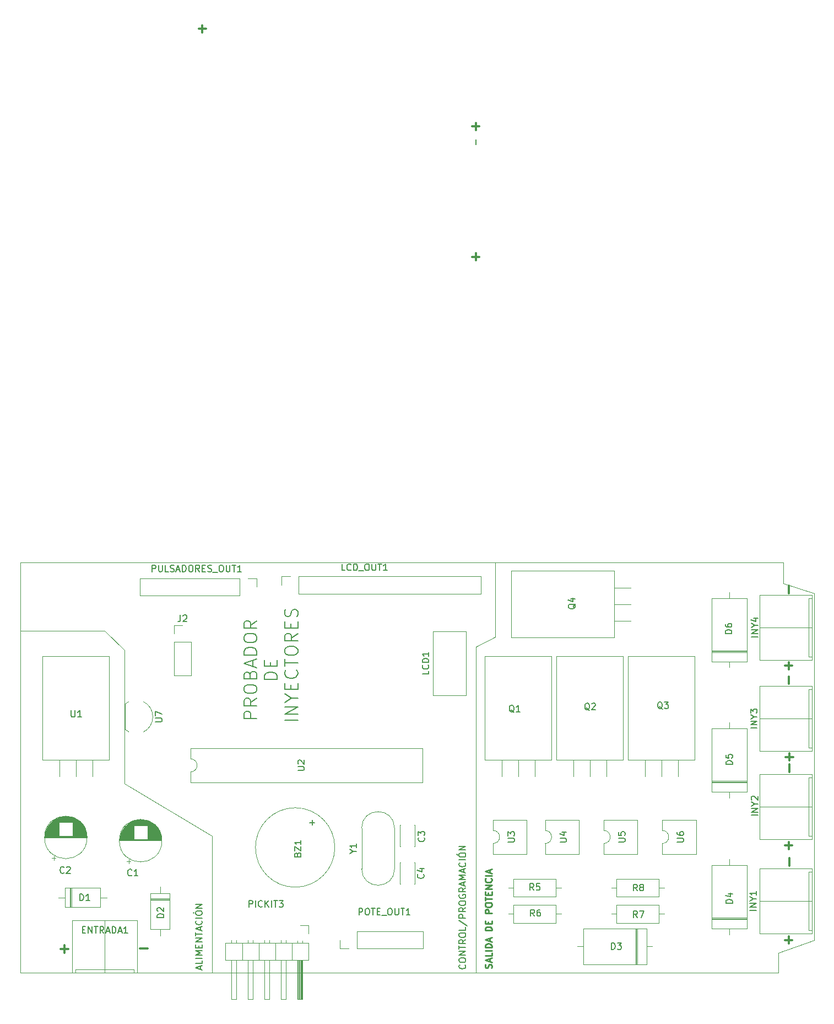
<source format=gbr>
G04 #@! TF.GenerationSoftware,KiCad,Pcbnew,(5.1.4)-1*
G04 #@! TF.CreationDate,2020-07-31T19:04:34-03:00*
G04 #@! TF.ProjectId,INYECTORES,494e5945-4354-44f5-9245-532e6b696361,rev?*
G04 #@! TF.SameCoordinates,Original*
G04 #@! TF.FileFunction,Legend,Top*
G04 #@! TF.FilePolarity,Positive*
%FSLAX46Y46*%
G04 Gerber Fmt 4.6, Leading zero omitted, Abs format (unit mm)*
G04 Created by KiCad (PCBNEW (5.1.4)-1) date 2020-07-31 19:04:34*
%MOMM*%
%LPD*%
G04 APERTURE LIST*
%ADD10C,0.120000*%
%ADD11C,0.300000*%
%ADD12C,0.150000*%
%ADD13C,0.250000*%
G04 APERTURE END LIST*
D10*
X67500000Y-176000000D02*
X67500000Y-155000000D01*
X155250000Y-113000000D02*
X111000000Y-113000000D01*
X108000000Y-173000000D02*
X108000000Y-176000000D01*
X108000000Y-176000000D02*
X154500000Y-176000000D01*
X67500000Y-155000000D02*
X54000000Y-147000000D01*
X38000000Y-113000000D02*
X38000000Y-123500000D01*
X108000000Y-126000000D02*
X108000000Y-173000000D01*
X111000000Y-124500000D02*
X108000000Y-126000000D01*
X54000000Y-132500000D02*
X54000000Y-126500000D01*
X155250000Y-116250000D02*
X155250000Y-113000000D01*
X108000000Y-176000000D02*
X67500000Y-176000000D01*
X111000000Y-113000000D02*
X111000000Y-124500000D01*
X54000000Y-147000000D02*
X54000000Y-131500000D01*
X154500000Y-176000000D02*
X154500000Y-173000000D01*
X38000000Y-123500000D02*
X38000000Y-176000000D01*
X54000000Y-126500000D02*
X51000000Y-123500000D01*
X160000000Y-171000000D02*
X160000000Y-117750000D01*
X160000000Y-117750000D02*
X155250000Y-116250000D01*
X51000000Y-123500000D02*
X38000000Y-123500000D01*
X154500000Y-173000000D02*
X160000000Y-171000000D01*
X111000000Y-113000000D02*
X38000000Y-113000000D01*
X38000000Y-176000000D02*
X67500000Y-176000000D01*
D11*
X156207142Y-144028571D02*
X156207142Y-145171428D01*
D12*
X74354761Y-137038095D02*
X72354761Y-137038095D01*
X72354761Y-136276190D01*
X72450000Y-136085714D01*
X72545238Y-135990476D01*
X72735714Y-135895238D01*
X73021428Y-135895238D01*
X73211904Y-135990476D01*
X73307142Y-136085714D01*
X73402380Y-136276190D01*
X73402380Y-137038095D01*
X74354761Y-133895238D02*
X73402380Y-134561904D01*
X74354761Y-135038095D02*
X72354761Y-135038095D01*
X72354761Y-134276190D01*
X72450000Y-134085714D01*
X72545238Y-133990476D01*
X72735714Y-133895238D01*
X73021428Y-133895238D01*
X73211904Y-133990476D01*
X73307142Y-134085714D01*
X73402380Y-134276190D01*
X73402380Y-135038095D01*
X72354761Y-132657142D02*
X72354761Y-132276190D01*
X72450000Y-132085714D01*
X72640476Y-131895238D01*
X73021428Y-131800000D01*
X73688095Y-131800000D01*
X74069047Y-131895238D01*
X74259523Y-132085714D01*
X74354761Y-132276190D01*
X74354761Y-132657142D01*
X74259523Y-132847619D01*
X74069047Y-133038095D01*
X73688095Y-133133333D01*
X73021428Y-133133333D01*
X72640476Y-133038095D01*
X72450000Y-132847619D01*
X72354761Y-132657142D01*
X73307142Y-130276190D02*
X73402380Y-129990476D01*
X73497619Y-129895238D01*
X73688095Y-129800000D01*
X73973809Y-129800000D01*
X74164285Y-129895238D01*
X74259523Y-129990476D01*
X74354761Y-130180952D01*
X74354761Y-130942857D01*
X72354761Y-130942857D01*
X72354761Y-130276190D01*
X72450000Y-130085714D01*
X72545238Y-129990476D01*
X72735714Y-129895238D01*
X72926190Y-129895238D01*
X73116666Y-129990476D01*
X73211904Y-130085714D01*
X73307142Y-130276190D01*
X73307142Y-130942857D01*
X73783333Y-129038095D02*
X73783333Y-128085714D01*
X74354761Y-129228571D02*
X72354761Y-128561904D01*
X74354761Y-127895238D01*
X74354761Y-127228571D02*
X72354761Y-127228571D01*
X72354761Y-126752380D01*
X72450000Y-126466666D01*
X72640476Y-126276190D01*
X72830952Y-126180952D01*
X73211904Y-126085714D01*
X73497619Y-126085714D01*
X73878571Y-126180952D01*
X74069047Y-126276190D01*
X74259523Y-126466666D01*
X74354761Y-126752380D01*
X74354761Y-127228571D01*
X72354761Y-124847619D02*
X72354761Y-124466666D01*
X72450000Y-124276190D01*
X72640476Y-124085714D01*
X73021428Y-123990476D01*
X73688095Y-123990476D01*
X74069047Y-124085714D01*
X74259523Y-124276190D01*
X74354761Y-124466666D01*
X74354761Y-124847619D01*
X74259523Y-125038095D01*
X74069047Y-125228571D01*
X73688095Y-125323809D01*
X73021428Y-125323809D01*
X72640476Y-125228571D01*
X72450000Y-125038095D01*
X72354761Y-124847619D01*
X74354761Y-121990476D02*
X73402380Y-122657142D01*
X74354761Y-123133333D02*
X72354761Y-123133333D01*
X72354761Y-122371428D01*
X72450000Y-122180952D01*
X72545238Y-122085714D01*
X72735714Y-121990476D01*
X73021428Y-121990476D01*
X73211904Y-122085714D01*
X73307142Y-122180952D01*
X73402380Y-122371428D01*
X73402380Y-123133333D01*
X77504761Y-130990476D02*
X75504761Y-130990476D01*
X75504761Y-130514285D01*
X75600000Y-130228571D01*
X75790476Y-130038095D01*
X75980952Y-129942857D01*
X76361904Y-129847619D01*
X76647619Y-129847619D01*
X77028571Y-129942857D01*
X77219047Y-130038095D01*
X77409523Y-130228571D01*
X77504761Y-130514285D01*
X77504761Y-130990476D01*
X76457142Y-128990476D02*
X76457142Y-128323809D01*
X77504761Y-128038095D02*
X77504761Y-128990476D01*
X75504761Y-128990476D01*
X75504761Y-128038095D01*
X80654761Y-137276190D02*
X78654761Y-137276190D01*
X80654761Y-136323809D02*
X78654761Y-136323809D01*
X80654761Y-135180952D01*
X78654761Y-135180952D01*
X79702380Y-133847619D02*
X80654761Y-133847619D01*
X78654761Y-134514285D02*
X79702380Y-133847619D01*
X78654761Y-133180952D01*
X79607142Y-132514285D02*
X79607142Y-131847619D01*
X80654761Y-131561904D02*
X80654761Y-132514285D01*
X78654761Y-132514285D01*
X78654761Y-131561904D01*
X80464285Y-129561904D02*
X80559523Y-129657142D01*
X80654761Y-129942857D01*
X80654761Y-130133333D01*
X80559523Y-130419047D01*
X80369047Y-130609523D01*
X80178571Y-130704761D01*
X79797619Y-130800000D01*
X79511904Y-130800000D01*
X79130952Y-130704761D01*
X78940476Y-130609523D01*
X78750000Y-130419047D01*
X78654761Y-130133333D01*
X78654761Y-129942857D01*
X78750000Y-129657142D01*
X78845238Y-129561904D01*
X78654761Y-128990476D02*
X78654761Y-127847619D01*
X80654761Y-128419047D02*
X78654761Y-128419047D01*
X78654761Y-126800000D02*
X78654761Y-126419047D01*
X78750000Y-126228571D01*
X78940476Y-126038095D01*
X79321428Y-125942857D01*
X79988095Y-125942857D01*
X80369047Y-126038095D01*
X80559523Y-126228571D01*
X80654761Y-126419047D01*
X80654761Y-126800000D01*
X80559523Y-126990476D01*
X80369047Y-127180952D01*
X79988095Y-127276190D01*
X79321428Y-127276190D01*
X78940476Y-127180952D01*
X78750000Y-126990476D01*
X78654761Y-126800000D01*
X80654761Y-123942857D02*
X79702380Y-124609523D01*
X80654761Y-125085714D02*
X78654761Y-125085714D01*
X78654761Y-124323809D01*
X78750000Y-124133333D01*
X78845238Y-124038095D01*
X79035714Y-123942857D01*
X79321428Y-123942857D01*
X79511904Y-124038095D01*
X79607142Y-124133333D01*
X79702380Y-124323809D01*
X79702380Y-125085714D01*
X79607142Y-123085714D02*
X79607142Y-122419047D01*
X80654761Y-122133333D02*
X80654761Y-123085714D01*
X78654761Y-123085714D01*
X78654761Y-122133333D01*
X80559523Y-121371428D02*
X80654761Y-121085714D01*
X80654761Y-120609523D01*
X80559523Y-120419047D01*
X80464285Y-120323809D01*
X80273809Y-120228571D01*
X80083333Y-120228571D01*
X79892857Y-120323809D01*
X79797619Y-120419047D01*
X79702380Y-120609523D01*
X79607142Y-120990476D01*
X79511904Y-121180952D01*
X79416666Y-121276190D01*
X79226190Y-121371428D01*
X79035714Y-121371428D01*
X78845238Y-121276190D01*
X78750000Y-121180952D01*
X78654761Y-120990476D01*
X78654761Y-120514285D01*
X78750000Y-120228571D01*
D11*
X156107142Y-130528571D02*
X156107142Y-131671428D01*
D13*
X110404761Y-175297619D02*
X110452380Y-175154761D01*
X110452380Y-174916666D01*
X110404761Y-174821428D01*
X110357142Y-174773809D01*
X110261904Y-174726190D01*
X110166666Y-174726190D01*
X110071428Y-174773809D01*
X110023809Y-174821428D01*
X109976190Y-174916666D01*
X109928571Y-175107142D01*
X109880952Y-175202380D01*
X109833333Y-175250000D01*
X109738095Y-175297619D01*
X109642857Y-175297619D01*
X109547619Y-175250000D01*
X109500000Y-175202380D01*
X109452380Y-175107142D01*
X109452380Y-174869047D01*
X109500000Y-174726190D01*
X110166666Y-174345238D02*
X110166666Y-173869047D01*
X110452380Y-174440476D02*
X109452380Y-174107142D01*
X110452380Y-173773809D01*
X110452380Y-172964285D02*
X110452380Y-173440476D01*
X109452380Y-173440476D01*
X110452380Y-172630952D02*
X109452380Y-172630952D01*
X110452380Y-172154761D02*
X109452380Y-172154761D01*
X109452380Y-171916666D01*
X109500000Y-171773809D01*
X109595238Y-171678571D01*
X109690476Y-171630952D01*
X109880952Y-171583333D01*
X110023809Y-171583333D01*
X110214285Y-171630952D01*
X110309523Y-171678571D01*
X110404761Y-171773809D01*
X110452380Y-171916666D01*
X110452380Y-172154761D01*
X110166666Y-171202380D02*
X110166666Y-170726190D01*
X110452380Y-171297619D02*
X109452380Y-170964285D01*
X110452380Y-170630952D01*
X110452380Y-169535714D02*
X109452380Y-169535714D01*
X109452380Y-169297619D01*
X109500000Y-169154761D01*
X109595238Y-169059523D01*
X109690476Y-169011904D01*
X109880952Y-168964285D01*
X110023809Y-168964285D01*
X110214285Y-169011904D01*
X110309523Y-169059523D01*
X110404761Y-169154761D01*
X110452380Y-169297619D01*
X110452380Y-169535714D01*
X109928571Y-168535714D02*
X109928571Y-168202380D01*
X110452380Y-168059523D02*
X110452380Y-168535714D01*
X109452380Y-168535714D01*
X109452380Y-168059523D01*
X110452380Y-166869047D02*
X109452380Y-166869047D01*
X109452380Y-166488095D01*
X109500000Y-166392857D01*
X109547619Y-166345238D01*
X109642857Y-166297619D01*
X109785714Y-166297619D01*
X109880952Y-166345238D01*
X109928571Y-166392857D01*
X109976190Y-166488095D01*
X109976190Y-166869047D01*
X109452380Y-165678571D02*
X109452380Y-165488095D01*
X109500000Y-165392857D01*
X109595238Y-165297619D01*
X109785714Y-165250000D01*
X110119047Y-165250000D01*
X110309523Y-165297619D01*
X110404761Y-165392857D01*
X110452380Y-165488095D01*
X110452380Y-165678571D01*
X110404761Y-165773809D01*
X110309523Y-165869047D01*
X110119047Y-165916666D01*
X109785714Y-165916666D01*
X109595238Y-165869047D01*
X109500000Y-165773809D01*
X109452380Y-165678571D01*
X109452380Y-164964285D02*
X109452380Y-164392857D01*
X110452380Y-164678571D02*
X109452380Y-164678571D01*
X109928571Y-164059523D02*
X109928571Y-163726190D01*
X110452380Y-163583333D02*
X110452380Y-164059523D01*
X109452380Y-164059523D01*
X109452380Y-163583333D01*
X110452380Y-163154761D02*
X109452380Y-163154761D01*
X110452380Y-162583333D01*
X109452380Y-162583333D01*
X110357142Y-161535714D02*
X110404761Y-161583333D01*
X110452380Y-161726190D01*
X110452380Y-161821428D01*
X110404761Y-161964285D01*
X110309523Y-162059523D01*
X110214285Y-162107142D01*
X110023809Y-162154761D01*
X109880952Y-162154761D01*
X109690476Y-162107142D01*
X109595238Y-162059523D01*
X109500000Y-161964285D01*
X109452380Y-161821428D01*
X109452380Y-161726190D01*
X109500000Y-161583333D01*
X109547619Y-161535714D01*
X110452380Y-161107142D02*
X109452380Y-161107142D01*
X110166666Y-160678571D02*
X110166666Y-160202380D01*
X110452380Y-160773809D02*
X109452380Y-160440476D01*
X110452380Y-160107142D01*
D11*
X44807142Y-171828571D02*
X44807142Y-172971428D01*
X45378571Y-172400000D02*
X44235714Y-172400000D01*
D12*
X65666666Y-175523809D02*
X65666666Y-175047619D01*
X65952380Y-175619047D02*
X64952380Y-175285714D01*
X65952380Y-174952380D01*
X65952380Y-174142857D02*
X65952380Y-174619047D01*
X64952380Y-174619047D01*
X65952380Y-173809523D02*
X64952380Y-173809523D01*
X65952380Y-173333333D02*
X64952380Y-173333333D01*
X65666666Y-173000000D01*
X64952380Y-172666666D01*
X65952380Y-172666666D01*
X65428571Y-172190476D02*
X65428571Y-171857142D01*
X65952380Y-171714285D02*
X65952380Y-172190476D01*
X64952380Y-172190476D01*
X64952380Y-171714285D01*
X65952380Y-171285714D02*
X64952380Y-171285714D01*
X65952380Y-170714285D01*
X64952380Y-170714285D01*
X64952380Y-170380952D02*
X64952380Y-169809523D01*
X65952380Y-170095238D02*
X64952380Y-170095238D01*
X65666666Y-169523809D02*
X65666666Y-169047619D01*
X65952380Y-169619047D02*
X64952380Y-169285714D01*
X65952380Y-168952380D01*
X65857142Y-168047619D02*
X65904761Y-168095238D01*
X65952380Y-168238095D01*
X65952380Y-168333333D01*
X65904761Y-168476190D01*
X65809523Y-168571428D01*
X65714285Y-168619047D01*
X65523809Y-168666666D01*
X65380952Y-168666666D01*
X65190476Y-168619047D01*
X65095238Y-168571428D01*
X65000000Y-168476190D01*
X64952380Y-168333333D01*
X64952380Y-168238095D01*
X65000000Y-168095238D01*
X65047619Y-168047619D01*
X65952380Y-167619047D02*
X64952380Y-167619047D01*
X64952380Y-166952380D02*
X64952380Y-166761904D01*
X65000000Y-166666666D01*
X65095238Y-166571428D01*
X65285714Y-166523809D01*
X65619047Y-166523809D01*
X65809523Y-166571428D01*
X65904761Y-166666666D01*
X65952380Y-166761904D01*
X65952380Y-166952380D01*
X65904761Y-167047619D01*
X65809523Y-167142857D01*
X65619047Y-167190476D01*
X65285714Y-167190476D01*
X65095238Y-167142857D01*
X65000000Y-167047619D01*
X64952380Y-166952380D01*
X64571428Y-166761904D02*
X64714285Y-166904761D01*
X65952380Y-166095238D02*
X64952380Y-166095238D01*
X65952380Y-165523809D01*
X64952380Y-165523809D01*
D11*
X156107142Y-170428571D02*
X156107142Y-171571428D01*
X156678571Y-171000000D02*
X155535714Y-171000000D01*
X56428571Y-172292857D02*
X57571428Y-172292857D01*
X156207142Y-142328571D02*
X156207142Y-143471428D01*
X156778571Y-142900000D02*
X155635714Y-142900000D01*
X156107142Y-155928571D02*
X156107142Y-157071428D01*
X156678571Y-156500000D02*
X155535714Y-156500000D01*
X156107142Y-128328571D02*
X156107142Y-129471428D01*
X156678571Y-128900000D02*
X155535714Y-128900000D01*
X156107142Y-116628571D02*
X156107142Y-117771428D01*
D12*
X106357142Y-174809523D02*
X106404761Y-174857142D01*
X106452380Y-175000000D01*
X106452380Y-175095238D01*
X106404761Y-175238095D01*
X106309523Y-175333333D01*
X106214285Y-175380952D01*
X106023809Y-175428571D01*
X105880952Y-175428571D01*
X105690476Y-175380952D01*
X105595238Y-175333333D01*
X105500000Y-175238095D01*
X105452380Y-175095238D01*
X105452380Y-175000000D01*
X105500000Y-174857142D01*
X105547619Y-174809523D01*
X105452380Y-174190476D02*
X105452380Y-174000000D01*
X105500000Y-173904761D01*
X105595238Y-173809523D01*
X105785714Y-173761904D01*
X106119047Y-173761904D01*
X106309523Y-173809523D01*
X106404761Y-173904761D01*
X106452380Y-174000000D01*
X106452380Y-174190476D01*
X106404761Y-174285714D01*
X106309523Y-174380952D01*
X106119047Y-174428571D01*
X105785714Y-174428571D01*
X105595238Y-174380952D01*
X105500000Y-174285714D01*
X105452380Y-174190476D01*
X106452380Y-173333333D02*
X105452380Y-173333333D01*
X106452380Y-172761904D01*
X105452380Y-172761904D01*
X105452380Y-172428571D02*
X105452380Y-171857142D01*
X106452380Y-172142857D02*
X105452380Y-172142857D01*
X106452380Y-170952380D02*
X105976190Y-171285714D01*
X106452380Y-171523809D02*
X105452380Y-171523809D01*
X105452380Y-171142857D01*
X105500000Y-171047619D01*
X105547619Y-171000000D01*
X105642857Y-170952380D01*
X105785714Y-170952380D01*
X105880952Y-171000000D01*
X105928571Y-171047619D01*
X105976190Y-171142857D01*
X105976190Y-171523809D01*
X105452380Y-170333333D02*
X105452380Y-170142857D01*
X105500000Y-170047619D01*
X105595238Y-169952380D01*
X105785714Y-169904761D01*
X106119047Y-169904761D01*
X106309523Y-169952380D01*
X106404761Y-170047619D01*
X106452380Y-170142857D01*
X106452380Y-170333333D01*
X106404761Y-170428571D01*
X106309523Y-170523809D01*
X106119047Y-170571428D01*
X105785714Y-170571428D01*
X105595238Y-170523809D01*
X105500000Y-170428571D01*
X105452380Y-170333333D01*
X106452380Y-169000000D02*
X106452380Y-169476190D01*
X105452380Y-169476190D01*
X105404761Y-167952380D02*
X106690476Y-168809523D01*
X106452380Y-167619047D02*
X105452380Y-167619047D01*
X105452380Y-167238095D01*
X105500000Y-167142857D01*
X105547619Y-167095238D01*
X105642857Y-167047619D01*
X105785714Y-167047619D01*
X105880952Y-167095238D01*
X105928571Y-167142857D01*
X105976190Y-167238095D01*
X105976190Y-167619047D01*
X106452380Y-166047619D02*
X105976190Y-166380952D01*
X106452380Y-166619047D02*
X105452380Y-166619047D01*
X105452380Y-166238095D01*
X105500000Y-166142857D01*
X105547619Y-166095238D01*
X105642857Y-166047619D01*
X105785714Y-166047619D01*
X105880952Y-166095238D01*
X105928571Y-166142857D01*
X105976190Y-166238095D01*
X105976190Y-166619047D01*
X105452380Y-165428571D02*
X105452380Y-165238095D01*
X105500000Y-165142857D01*
X105595238Y-165047619D01*
X105785714Y-165000000D01*
X106119047Y-165000000D01*
X106309523Y-165047619D01*
X106404761Y-165142857D01*
X106452380Y-165238095D01*
X106452380Y-165428571D01*
X106404761Y-165523809D01*
X106309523Y-165619047D01*
X106119047Y-165666666D01*
X105785714Y-165666666D01*
X105595238Y-165619047D01*
X105500000Y-165523809D01*
X105452380Y-165428571D01*
X105500000Y-164047619D02*
X105452380Y-164142857D01*
X105452380Y-164285714D01*
X105500000Y-164428571D01*
X105595238Y-164523809D01*
X105690476Y-164571428D01*
X105880952Y-164619047D01*
X106023809Y-164619047D01*
X106214285Y-164571428D01*
X106309523Y-164523809D01*
X106404761Y-164428571D01*
X106452380Y-164285714D01*
X106452380Y-164190476D01*
X106404761Y-164047619D01*
X106357142Y-164000000D01*
X106023809Y-164000000D01*
X106023809Y-164190476D01*
X106452380Y-163000000D02*
X105976190Y-163333333D01*
X106452380Y-163571428D02*
X105452380Y-163571428D01*
X105452380Y-163190476D01*
X105500000Y-163095238D01*
X105547619Y-163047619D01*
X105642857Y-163000000D01*
X105785714Y-163000000D01*
X105880952Y-163047619D01*
X105928571Y-163095238D01*
X105976190Y-163190476D01*
X105976190Y-163571428D01*
X106166666Y-162619047D02*
X106166666Y-162142857D01*
X106452380Y-162714285D02*
X105452380Y-162380952D01*
X106452380Y-162047619D01*
X106452380Y-161714285D02*
X105452380Y-161714285D01*
X106166666Y-161380952D01*
X105452380Y-161047619D01*
X106452380Y-161047619D01*
X106166666Y-160619047D02*
X106166666Y-160142857D01*
X106452380Y-160714285D02*
X105452380Y-160380952D01*
X106452380Y-160047619D01*
X106357142Y-159142857D02*
X106404761Y-159190476D01*
X106452380Y-159333333D01*
X106452380Y-159428571D01*
X106404761Y-159571428D01*
X106309523Y-159666666D01*
X106214285Y-159714285D01*
X106023809Y-159761904D01*
X105880952Y-159761904D01*
X105690476Y-159714285D01*
X105595238Y-159666666D01*
X105500000Y-159571428D01*
X105452380Y-159428571D01*
X105452380Y-159333333D01*
X105500000Y-159190476D01*
X105547619Y-159142857D01*
X106452380Y-158714285D02*
X105452380Y-158714285D01*
X105452380Y-158047619D02*
X105452380Y-157857142D01*
X105500000Y-157761904D01*
X105595238Y-157666666D01*
X105785714Y-157619047D01*
X106119047Y-157619047D01*
X106309523Y-157666666D01*
X106404761Y-157761904D01*
X106452380Y-157857142D01*
X106452380Y-158047619D01*
X106404761Y-158142857D01*
X106309523Y-158238095D01*
X106119047Y-158285714D01*
X105785714Y-158285714D01*
X105595238Y-158238095D01*
X105500000Y-158142857D01*
X105452380Y-158047619D01*
X105071428Y-157857142D02*
X105214285Y-158000000D01*
X106452380Y-157190476D02*
X105452380Y-157190476D01*
X106452380Y-156619047D01*
X105452380Y-156619047D01*
D11*
X156207142Y-158428571D02*
X156207142Y-159571428D01*
X66571428Y-31107142D02*
X65428571Y-31107142D01*
X66000000Y-31678571D02*
X66000000Y-30535714D01*
X108571428Y-46107142D02*
X107428571Y-46107142D01*
X108000000Y-46678571D02*
X108000000Y-45535714D01*
D12*
X108071428Y-48880952D02*
X108071428Y-48119047D01*
D11*
X108571428Y-66107142D02*
X107428571Y-66107142D01*
X108000000Y-66678571D02*
X108000000Y-65535714D01*
D10*
X61610000Y-122670000D02*
X62940000Y-122670000D01*
X61610000Y-124000000D02*
X61610000Y-122670000D01*
X61610000Y-125270000D02*
X64270000Y-125270000D01*
X64270000Y-125270000D02*
X64270000Y-130410000D01*
X61610000Y-125270000D02*
X61610000Y-130410000D01*
X61610000Y-130410000D02*
X64270000Y-130410000D01*
X144280000Y-167825000D02*
X149720000Y-167825000D01*
X144280000Y-167585000D02*
X149720000Y-167585000D01*
X144280000Y-167705000D02*
X149720000Y-167705000D01*
X147000000Y-158600000D02*
X147000000Y-159510000D01*
X147000000Y-170160000D02*
X147000000Y-169250000D01*
X144280000Y-159510000D02*
X144280000Y-169250000D01*
X149720000Y-159510000D02*
X144280000Y-159510000D01*
X149720000Y-169250000D02*
X149720000Y-159510000D01*
X144280000Y-169250000D02*
X149720000Y-169250000D01*
X78170000Y-116500000D02*
X78170000Y-115170000D01*
X78170000Y-115170000D02*
X79500000Y-115170000D01*
X80770000Y-115170000D02*
X108770000Y-115170000D01*
X108770000Y-117830000D02*
X108770000Y-115170000D01*
X80770000Y-117830000D02*
X108770000Y-117830000D01*
X80770000Y-117830000D02*
X80770000Y-115170000D01*
X151650000Y-155550000D02*
X151650000Y-145550000D01*
X151650000Y-145550000D02*
X157650000Y-145550000D01*
X159650000Y-145550000D02*
X159650000Y-155550000D01*
X157650000Y-155550000D02*
X151650000Y-155550000D01*
X151650000Y-150550000D02*
X157650000Y-150550000D01*
X159650000Y-155050000D02*
X159150000Y-155050000D01*
X159150000Y-155050000D02*
X159150000Y-146050000D01*
X159150000Y-146050000D02*
X159650000Y-146050000D01*
X157650000Y-155550000D02*
X159650000Y-155550000D01*
X157650000Y-145550000D02*
X159650000Y-145550000D01*
X157650000Y-150550000D02*
X159650000Y-150550000D01*
X139080000Y-143310000D02*
X139080000Y-145850000D01*
X136540000Y-143310000D02*
X136540000Y-145850000D01*
X134000000Y-143310000D02*
X134000000Y-145850000D01*
X141660000Y-127420000D02*
X141660000Y-143310000D01*
X131420000Y-127420000D02*
X131420000Y-143310000D01*
X131420000Y-127420000D02*
X141660000Y-127420000D01*
X131420000Y-143310000D02*
X141660000Y-143310000D01*
X144280000Y-146825000D02*
X149720000Y-146825000D01*
X144280000Y-146585000D02*
X149720000Y-146585000D01*
X144280000Y-146705000D02*
X149720000Y-146705000D01*
X147000000Y-137600000D02*
X147000000Y-138510000D01*
X147000000Y-149160000D02*
X147000000Y-148250000D01*
X144280000Y-138510000D02*
X144280000Y-148250000D01*
X149720000Y-138510000D02*
X144280000Y-138510000D01*
X149720000Y-148250000D02*
X149720000Y-138510000D01*
X144280000Y-148250000D02*
X149720000Y-148250000D01*
X101470000Y-123655000D02*
X106540000Y-123655000D01*
X101470000Y-133425000D02*
X106540000Y-133425000D01*
X106540000Y-133425000D02*
X106540000Y-123655000D01*
X101470000Y-133425000D02*
X101470000Y-123655000D01*
X144280000Y-126825000D02*
X149720000Y-126825000D01*
X144280000Y-126585000D02*
X149720000Y-126585000D01*
X144280000Y-126705000D02*
X149720000Y-126705000D01*
X147000000Y-117600000D02*
X147000000Y-118510000D01*
X147000000Y-129160000D02*
X147000000Y-128250000D01*
X144280000Y-118510000D02*
X144280000Y-128250000D01*
X149720000Y-118510000D02*
X144280000Y-118510000D01*
X149720000Y-128250000D02*
X149720000Y-118510000D01*
X144280000Y-128250000D02*
X149720000Y-128250000D01*
X151650000Y-128000000D02*
X151650000Y-118000000D01*
X151650000Y-118000000D02*
X157650000Y-118000000D01*
X159650000Y-118000000D02*
X159650000Y-128000000D01*
X157650000Y-128000000D02*
X151650000Y-128000000D01*
X151650000Y-123000000D02*
X157650000Y-123000000D01*
X159650000Y-127500000D02*
X159150000Y-127500000D01*
X159150000Y-127500000D02*
X159150000Y-118500000D01*
X159150000Y-118500000D02*
X159650000Y-118500000D01*
X157650000Y-128000000D02*
X159650000Y-128000000D01*
X157650000Y-118000000D02*
X159650000Y-118000000D01*
X157650000Y-123000000D02*
X159650000Y-123000000D01*
X129310000Y-116920000D02*
X131850000Y-116920000D01*
X129310000Y-119460000D02*
X131850000Y-119460000D01*
X129310000Y-122000000D02*
X131850000Y-122000000D01*
X113420000Y-114340000D02*
X129310000Y-114340000D01*
X113420000Y-124580000D02*
X129310000Y-124580000D01*
X113420000Y-124580000D02*
X113420000Y-114340000D01*
X129310000Y-124580000D02*
X129310000Y-114340000D01*
X127670000Y-152540000D02*
X127670000Y-154190000D01*
X132870000Y-152540000D02*
X127670000Y-152540000D01*
X132870000Y-157840000D02*
X132870000Y-152540000D01*
X127670000Y-157840000D02*
X132870000Y-157840000D01*
X127670000Y-156190000D02*
X127670000Y-157840000D01*
X127670000Y-154190000D02*
G75*
G02X127670000Y-156190000I0J-1000000D01*
G01*
X117080000Y-143310000D02*
X117080000Y-145850000D01*
X114540000Y-143310000D02*
X114540000Y-145850000D01*
X112000000Y-143310000D02*
X112000000Y-145850000D01*
X119660000Y-127420000D02*
X119660000Y-143310000D01*
X109420000Y-127420000D02*
X109420000Y-143310000D01*
X109420000Y-127420000D02*
X119660000Y-127420000D01*
X109420000Y-143310000D02*
X119660000Y-143310000D01*
X60970000Y-164640000D02*
X58030000Y-164640000D01*
X60970000Y-164880000D02*
X58030000Y-164880000D01*
X60970000Y-164760000D02*
X58030000Y-164760000D01*
X59500000Y-170320000D02*
X59500000Y-169300000D01*
X59500000Y-162840000D02*
X59500000Y-163860000D01*
X60970000Y-169300000D02*
X60970000Y-163860000D01*
X58030000Y-169300000D02*
X60970000Y-169300000D01*
X58030000Y-163860000D02*
X58030000Y-169300000D01*
X60970000Y-163860000D02*
X58030000Y-163860000D01*
X49080000Y-143310000D02*
X49080000Y-145850000D01*
X46540000Y-143310000D02*
X46540000Y-145850000D01*
X44000000Y-143310000D02*
X44000000Y-145850000D01*
X51660000Y-127420000D02*
X51660000Y-143310000D01*
X41420000Y-127420000D02*
X41420000Y-143310000D01*
X41420000Y-127420000D02*
X51660000Y-127420000D01*
X41420000Y-143310000D02*
X51660000Y-143310000D01*
X128080000Y-143310000D02*
X128080000Y-145850000D01*
X125540000Y-143310000D02*
X125540000Y-145850000D01*
X123000000Y-143310000D02*
X123000000Y-145850000D01*
X130660000Y-127420000D02*
X130660000Y-143310000D01*
X120420000Y-127420000D02*
X120420000Y-143310000D01*
X120420000Y-127420000D02*
X130660000Y-127420000D01*
X120420000Y-143310000D02*
X130660000Y-143310000D01*
X110670000Y-152540000D02*
X110670000Y-154190000D01*
X115870000Y-152540000D02*
X110670000Y-152540000D01*
X115870000Y-157840000D02*
X115870000Y-152540000D01*
X110670000Y-157840000D02*
X115870000Y-157840000D01*
X110670000Y-156190000D02*
X110670000Y-157840000D01*
X110670000Y-154190000D02*
G75*
G02X110670000Y-156190000I0J-1000000D01*
G01*
X132825000Y-174720000D02*
X132825000Y-169280000D01*
X132585000Y-174720000D02*
X132585000Y-169280000D01*
X132705000Y-174720000D02*
X132705000Y-169280000D01*
X123600000Y-172000000D02*
X124510000Y-172000000D01*
X135160000Y-172000000D02*
X134250000Y-172000000D01*
X124510000Y-174720000D02*
X134250000Y-174720000D01*
X124510000Y-169280000D02*
X124510000Y-174720000D01*
X134250000Y-169280000D02*
X124510000Y-169280000D01*
X134250000Y-174720000D02*
X134250000Y-169280000D01*
X86350000Y-156800000D02*
G75*
G03X86350000Y-156800000I-6100000J0D01*
G01*
X118670000Y-152540000D02*
X118670000Y-154190000D01*
X123870000Y-152540000D02*
X118670000Y-152540000D01*
X123870000Y-157840000D02*
X123870000Y-152540000D01*
X118670000Y-157840000D02*
X123870000Y-157840000D01*
X118670000Y-156190000D02*
X118670000Y-157840000D01*
X118670000Y-154190000D02*
G75*
G02X118670000Y-156190000I0J-1000000D01*
G01*
X87130000Y-172330000D02*
X87130000Y-171000000D01*
X88460000Y-172330000D02*
X87130000Y-172330000D01*
X89730000Y-172330000D02*
X89730000Y-169670000D01*
X89730000Y-169670000D02*
X99950000Y-169670000D01*
X89730000Y-172330000D02*
X99950000Y-172330000D01*
X99950000Y-172330000D02*
X99950000Y-169670000D01*
X128880000Y-167000000D02*
X129650000Y-167000000D01*
X136960000Y-167000000D02*
X136190000Y-167000000D01*
X129650000Y-168370000D02*
X136190000Y-168370000D01*
X129650000Y-165630000D02*
X129650000Y-168370000D01*
X136190000Y-165630000D02*
X129650000Y-165630000D01*
X136190000Y-168370000D02*
X136190000Y-165630000D01*
X54667736Y-139042383D02*
G75*
G02X54080000Y-138650000I1112264J2302383D01*
G01*
X56878807Y-139096400D02*
G75*
G03X58380000Y-136740000I-1098807J2356400D01*
G01*
X56878807Y-134383600D02*
G75*
G02X58380000Y-136740000I-1098807J-2356400D01*
G01*
X54657955Y-134417369D02*
G75*
G03X54080000Y-134800000I1122045J-2322631D01*
G01*
X54080000Y-134800000D02*
X54080000Y-138650000D01*
X54346000Y-158935241D02*
X54976000Y-158935241D01*
X54661000Y-159250241D02*
X54661000Y-158620241D01*
X56098000Y-152509000D02*
X56902000Y-152509000D01*
X55867000Y-152549000D02*
X57133000Y-152549000D01*
X55698000Y-152589000D02*
X57302000Y-152589000D01*
X55560000Y-152629000D02*
X57440000Y-152629000D01*
X55441000Y-152669000D02*
X57559000Y-152669000D01*
X55335000Y-152709000D02*
X57665000Y-152709000D01*
X55238000Y-152749000D02*
X57762000Y-152749000D01*
X55150000Y-152789000D02*
X57850000Y-152789000D01*
X55068000Y-152829000D02*
X57932000Y-152829000D01*
X54991000Y-152869000D02*
X58009000Y-152869000D01*
X54919000Y-152909000D02*
X58081000Y-152909000D01*
X54850000Y-152949000D02*
X58150000Y-152949000D01*
X54786000Y-152989000D02*
X58214000Y-152989000D01*
X54724000Y-153029000D02*
X58276000Y-153029000D01*
X54666000Y-153069000D02*
X58334000Y-153069000D01*
X54610000Y-153109000D02*
X58390000Y-153109000D01*
X54556000Y-153149000D02*
X58444000Y-153149000D01*
X54505000Y-153189000D02*
X58495000Y-153189000D01*
X54456000Y-153229000D02*
X58544000Y-153229000D01*
X54408000Y-153269000D02*
X58592000Y-153269000D01*
X54363000Y-153309000D02*
X58637000Y-153309000D01*
X54318000Y-153349000D02*
X58682000Y-153349000D01*
X54276000Y-153389000D02*
X58724000Y-153389000D01*
X54235000Y-153429000D02*
X58765000Y-153429000D01*
X57540000Y-153469000D02*
X58805000Y-153469000D01*
X54195000Y-153469000D02*
X55460000Y-153469000D01*
X57540000Y-153509000D02*
X58843000Y-153509000D01*
X54157000Y-153509000D02*
X55460000Y-153509000D01*
X57540000Y-153549000D02*
X58880000Y-153549000D01*
X54120000Y-153549000D02*
X55460000Y-153549000D01*
X57540000Y-153589000D02*
X58916000Y-153589000D01*
X54084000Y-153589000D02*
X55460000Y-153589000D01*
X57540000Y-153629000D02*
X58950000Y-153629000D01*
X54050000Y-153629000D02*
X55460000Y-153629000D01*
X57540000Y-153669000D02*
X58984000Y-153669000D01*
X54016000Y-153669000D02*
X55460000Y-153669000D01*
X57540000Y-153709000D02*
X59016000Y-153709000D01*
X53984000Y-153709000D02*
X55460000Y-153709000D01*
X57540000Y-153749000D02*
X59048000Y-153749000D01*
X53952000Y-153749000D02*
X55460000Y-153749000D01*
X57540000Y-153789000D02*
X59078000Y-153789000D01*
X53922000Y-153789000D02*
X55460000Y-153789000D01*
X57540000Y-153829000D02*
X59107000Y-153829000D01*
X53893000Y-153829000D02*
X55460000Y-153829000D01*
X57540000Y-153869000D02*
X59136000Y-153869000D01*
X53864000Y-153869000D02*
X55460000Y-153869000D01*
X57540000Y-153909000D02*
X59164000Y-153909000D01*
X53836000Y-153909000D02*
X55460000Y-153909000D01*
X57540000Y-153949000D02*
X59190000Y-153949000D01*
X53810000Y-153949000D02*
X55460000Y-153949000D01*
X57540000Y-153989000D02*
X59216000Y-153989000D01*
X53784000Y-153989000D02*
X55460000Y-153989000D01*
X57540000Y-154029000D02*
X59242000Y-154029000D01*
X53758000Y-154029000D02*
X55460000Y-154029000D01*
X57540000Y-154069000D02*
X59266000Y-154069000D01*
X53734000Y-154069000D02*
X55460000Y-154069000D01*
X57540000Y-154109000D02*
X59290000Y-154109000D01*
X53710000Y-154109000D02*
X55460000Y-154109000D01*
X57540000Y-154149000D02*
X59312000Y-154149000D01*
X53688000Y-154149000D02*
X55460000Y-154149000D01*
X57540000Y-154189000D02*
X59334000Y-154189000D01*
X53666000Y-154189000D02*
X55460000Y-154189000D01*
X57540000Y-154229000D02*
X59356000Y-154229000D01*
X53644000Y-154229000D02*
X55460000Y-154229000D01*
X57540000Y-154269000D02*
X59376000Y-154269000D01*
X53624000Y-154269000D02*
X55460000Y-154269000D01*
X57540000Y-154309000D02*
X59396000Y-154309000D01*
X53604000Y-154309000D02*
X55460000Y-154309000D01*
X57540000Y-154349000D02*
X59416000Y-154349000D01*
X53584000Y-154349000D02*
X55460000Y-154349000D01*
X57540000Y-154389000D02*
X59434000Y-154389000D01*
X53566000Y-154389000D02*
X55460000Y-154389000D01*
X57540000Y-154429000D02*
X59452000Y-154429000D01*
X53548000Y-154429000D02*
X55460000Y-154429000D01*
X57540000Y-154469000D02*
X59470000Y-154469000D01*
X53530000Y-154469000D02*
X55460000Y-154469000D01*
X57540000Y-154509000D02*
X59486000Y-154509000D01*
X53514000Y-154509000D02*
X55460000Y-154509000D01*
X57540000Y-154549000D02*
X59502000Y-154549000D01*
X53498000Y-154549000D02*
X55460000Y-154549000D01*
X57540000Y-154589000D02*
X59518000Y-154589000D01*
X53482000Y-154589000D02*
X55460000Y-154589000D01*
X57540000Y-154629000D02*
X59533000Y-154629000D01*
X53467000Y-154629000D02*
X55460000Y-154629000D01*
X57540000Y-154669000D02*
X59547000Y-154669000D01*
X53453000Y-154669000D02*
X55460000Y-154669000D01*
X57540000Y-154709000D02*
X59561000Y-154709000D01*
X53439000Y-154709000D02*
X55460000Y-154709000D01*
X57540000Y-154749000D02*
X59574000Y-154749000D01*
X53426000Y-154749000D02*
X55460000Y-154749000D01*
X57540000Y-154789000D02*
X59586000Y-154789000D01*
X53414000Y-154789000D02*
X55460000Y-154789000D01*
X57540000Y-154829000D02*
X59598000Y-154829000D01*
X53402000Y-154829000D02*
X55460000Y-154829000D01*
X57540000Y-154869000D02*
X59610000Y-154869000D01*
X53390000Y-154869000D02*
X55460000Y-154869000D01*
X57540000Y-154909000D02*
X59621000Y-154909000D01*
X53379000Y-154909000D02*
X55460000Y-154909000D01*
X57540000Y-154949000D02*
X59631000Y-154949000D01*
X53369000Y-154949000D02*
X55460000Y-154949000D01*
X57540000Y-154989000D02*
X59641000Y-154989000D01*
X53359000Y-154989000D02*
X55460000Y-154989000D01*
X57540000Y-155029000D02*
X59650000Y-155029000D01*
X53350000Y-155029000D02*
X55460000Y-155029000D01*
X57540000Y-155070000D02*
X59659000Y-155070000D01*
X53341000Y-155070000D02*
X55460000Y-155070000D01*
X57540000Y-155110000D02*
X59667000Y-155110000D01*
X53333000Y-155110000D02*
X55460000Y-155110000D01*
X57540000Y-155150000D02*
X59675000Y-155150000D01*
X53325000Y-155150000D02*
X55460000Y-155150000D01*
X57540000Y-155190000D02*
X59682000Y-155190000D01*
X53318000Y-155190000D02*
X55460000Y-155190000D01*
X57540000Y-155230000D02*
X59689000Y-155230000D01*
X53311000Y-155230000D02*
X55460000Y-155230000D01*
X57540000Y-155270000D02*
X59695000Y-155270000D01*
X53305000Y-155270000D02*
X55460000Y-155270000D01*
X57540000Y-155310000D02*
X59701000Y-155310000D01*
X53299000Y-155310000D02*
X55460000Y-155310000D01*
X57540000Y-155350000D02*
X59706000Y-155350000D01*
X53294000Y-155350000D02*
X55460000Y-155350000D01*
X57540000Y-155390000D02*
X59711000Y-155390000D01*
X53289000Y-155390000D02*
X55460000Y-155390000D01*
X57540000Y-155430000D02*
X59715000Y-155430000D01*
X53285000Y-155430000D02*
X55460000Y-155430000D01*
X57540000Y-155470000D02*
X59718000Y-155470000D01*
X53282000Y-155470000D02*
X55460000Y-155470000D01*
X57540000Y-155510000D02*
X59722000Y-155510000D01*
X53278000Y-155510000D02*
X55460000Y-155510000D01*
X53276000Y-155550000D02*
X59724000Y-155550000D01*
X53273000Y-155590000D02*
X59727000Y-155590000D01*
X53272000Y-155630000D02*
X59728000Y-155630000D01*
X53270000Y-155670000D02*
X59730000Y-155670000D01*
X53270000Y-155710000D02*
X59730000Y-155710000D01*
X53270000Y-155750000D02*
X59730000Y-155750000D01*
X59770000Y-155750000D02*
G75*
G03X59770000Y-155750000I-3270000J0D01*
G01*
X151650000Y-170000000D02*
X151650000Y-160000000D01*
X151650000Y-160000000D02*
X157650000Y-160000000D01*
X159650000Y-160000000D02*
X159650000Y-170000000D01*
X157650000Y-170000000D02*
X151650000Y-170000000D01*
X151650000Y-165000000D02*
X157650000Y-165000000D01*
X159650000Y-169500000D02*
X159150000Y-169500000D01*
X159150000Y-169500000D02*
X159150000Y-160500000D01*
X159150000Y-160500000D02*
X159650000Y-160500000D01*
X157650000Y-170000000D02*
X159650000Y-170000000D01*
X157650000Y-160000000D02*
X159650000Y-160000000D01*
X157650000Y-165000000D02*
X159650000Y-165000000D01*
X46000000Y-168000000D02*
X56000000Y-168000000D01*
X56000000Y-168000000D02*
X56000000Y-174000000D01*
X56000000Y-176000000D02*
X46000000Y-176000000D01*
X46000000Y-174000000D02*
X46000000Y-168000000D01*
X51000000Y-168000000D02*
X51000000Y-174000000D01*
X46500000Y-176000000D02*
X46500000Y-175500000D01*
X46500000Y-175500000D02*
X55500000Y-175500000D01*
X55500000Y-175500000D02*
X55500000Y-176000000D01*
X46000000Y-174000000D02*
X46000000Y-176000000D01*
X56000000Y-174000000D02*
X56000000Y-176000000D01*
X51000000Y-174000000D02*
X51000000Y-176000000D01*
X151650000Y-142000000D02*
X151650000Y-132000000D01*
X151650000Y-132000000D02*
X157650000Y-132000000D01*
X159650000Y-132000000D02*
X159650000Y-142000000D01*
X157650000Y-142000000D02*
X151650000Y-142000000D01*
X151650000Y-137000000D02*
X157650000Y-137000000D01*
X159650000Y-141500000D02*
X159150000Y-141500000D01*
X159150000Y-141500000D02*
X159150000Y-132500000D01*
X159150000Y-132500000D02*
X159650000Y-132500000D01*
X157650000Y-142000000D02*
X159650000Y-142000000D01*
X157650000Y-132000000D02*
X159650000Y-132000000D01*
X157650000Y-137000000D02*
X159650000Y-137000000D01*
X121120000Y-163000000D02*
X120350000Y-163000000D01*
X113040000Y-163000000D02*
X113810000Y-163000000D01*
X120350000Y-161630000D02*
X113810000Y-161630000D01*
X120350000Y-164370000D02*
X120350000Y-161630000D01*
X113810000Y-164370000D02*
X120350000Y-164370000D01*
X113810000Y-161630000D02*
X113810000Y-164370000D01*
X64170000Y-141540000D02*
X64170000Y-143190000D01*
X99850000Y-141540000D02*
X64170000Y-141540000D01*
X99850000Y-146840000D02*
X99850000Y-141540000D01*
X64170000Y-146840000D02*
X99850000Y-146840000D01*
X64170000Y-145190000D02*
X64170000Y-146840000D01*
X64170000Y-143190000D02*
G75*
G02X64170000Y-145190000I0J-1000000D01*
G01*
X121120000Y-167000000D02*
X120350000Y-167000000D01*
X113040000Y-167000000D02*
X113810000Y-167000000D01*
X120350000Y-165630000D02*
X113810000Y-165630000D01*
X120350000Y-168370000D02*
X120350000Y-165630000D01*
X113810000Y-168370000D02*
X120350000Y-168370000D01*
X113810000Y-165630000D02*
X113810000Y-168370000D01*
X82270000Y-168730000D02*
X82270000Y-170000000D01*
X81000000Y-168730000D02*
X82270000Y-168730000D01*
X70460000Y-171042929D02*
X70460000Y-171440000D01*
X71220000Y-171042929D02*
X71220000Y-171440000D01*
X70460000Y-180100000D02*
X70460000Y-174100000D01*
X71220000Y-180100000D02*
X70460000Y-180100000D01*
X71220000Y-174100000D02*
X71220000Y-180100000D01*
X72110000Y-171440000D02*
X72110000Y-174100000D01*
X73000000Y-171042929D02*
X73000000Y-171440000D01*
X73760000Y-171042929D02*
X73760000Y-171440000D01*
X73000000Y-180100000D02*
X73000000Y-174100000D01*
X73760000Y-180100000D02*
X73000000Y-180100000D01*
X73760000Y-174100000D02*
X73760000Y-180100000D01*
X74650000Y-171440000D02*
X74650000Y-174100000D01*
X75540000Y-171042929D02*
X75540000Y-171440000D01*
X76300000Y-171042929D02*
X76300000Y-171440000D01*
X75540000Y-180100000D02*
X75540000Y-174100000D01*
X76300000Y-180100000D02*
X75540000Y-180100000D01*
X76300000Y-174100000D02*
X76300000Y-180100000D01*
X77190000Y-171440000D02*
X77190000Y-174100000D01*
X78080000Y-171042929D02*
X78080000Y-171440000D01*
X78840000Y-171042929D02*
X78840000Y-171440000D01*
X78080000Y-180100000D02*
X78080000Y-174100000D01*
X78840000Y-180100000D02*
X78080000Y-180100000D01*
X78840000Y-174100000D02*
X78840000Y-180100000D01*
X79730000Y-171440000D02*
X79730000Y-174100000D01*
X80620000Y-171110000D02*
X80620000Y-171440000D01*
X81380000Y-171110000D02*
X81380000Y-171440000D01*
X80720000Y-174100000D02*
X80720000Y-180100000D01*
X80840000Y-174100000D02*
X80840000Y-180100000D01*
X80960000Y-174100000D02*
X80960000Y-180100000D01*
X81080000Y-174100000D02*
X81080000Y-180100000D01*
X81200000Y-174100000D02*
X81200000Y-180100000D01*
X81320000Y-174100000D02*
X81320000Y-180100000D01*
X80620000Y-180100000D02*
X80620000Y-174100000D01*
X81380000Y-180100000D02*
X80620000Y-180100000D01*
X81380000Y-174100000D02*
X81380000Y-180100000D01*
X82330000Y-174100000D02*
X82330000Y-171440000D01*
X69510000Y-174100000D02*
X82330000Y-174100000D01*
X69510000Y-171440000D02*
X69510000Y-174100000D01*
X82330000Y-171440000D02*
X69510000Y-171440000D01*
X136670000Y-152540000D02*
X136670000Y-154190000D01*
X141870000Y-152540000D02*
X136670000Y-152540000D01*
X141870000Y-157840000D02*
X141870000Y-152540000D01*
X136670000Y-157840000D02*
X141870000Y-157840000D01*
X136670000Y-156190000D02*
X136670000Y-157840000D01*
X136670000Y-154190000D02*
G75*
G02X136670000Y-156190000I0J-1000000D01*
G01*
X128880000Y-163000000D02*
X129650000Y-163000000D01*
X136960000Y-163000000D02*
X136190000Y-163000000D01*
X129650000Y-164370000D02*
X136190000Y-164370000D01*
X129650000Y-161630000D02*
X129650000Y-164370000D01*
X136190000Y-161630000D02*
X129650000Y-161630000D01*
X136190000Y-164370000D02*
X136190000Y-161630000D01*
X74330000Y-115470000D02*
X74330000Y-116800000D01*
X73000000Y-115470000D02*
X74330000Y-115470000D01*
X71730000Y-115470000D02*
X71730000Y-118130000D01*
X71730000Y-118130000D02*
X56430000Y-118130000D01*
X71730000Y-115470000D02*
X56430000Y-115470000D01*
X56430000Y-115470000D02*
X56430000Y-118130000D01*
X45640000Y-163030000D02*
X45640000Y-165970000D01*
X45880000Y-163030000D02*
X45880000Y-165970000D01*
X45760000Y-163030000D02*
X45760000Y-165970000D01*
X51320000Y-164500000D02*
X50300000Y-164500000D01*
X43840000Y-164500000D02*
X44860000Y-164500000D01*
X50300000Y-163030000D02*
X44860000Y-163030000D01*
X50300000Y-165970000D02*
X50300000Y-163030000D01*
X44860000Y-165970000D02*
X50300000Y-165970000D01*
X44860000Y-163030000D02*
X44860000Y-165970000D01*
X42846000Y-158435241D02*
X43476000Y-158435241D01*
X43161000Y-158750241D02*
X43161000Y-158120241D01*
X44598000Y-152009000D02*
X45402000Y-152009000D01*
X44367000Y-152049000D02*
X45633000Y-152049000D01*
X44198000Y-152089000D02*
X45802000Y-152089000D01*
X44060000Y-152129000D02*
X45940000Y-152129000D01*
X43941000Y-152169000D02*
X46059000Y-152169000D01*
X43835000Y-152209000D02*
X46165000Y-152209000D01*
X43738000Y-152249000D02*
X46262000Y-152249000D01*
X43650000Y-152289000D02*
X46350000Y-152289000D01*
X43568000Y-152329000D02*
X46432000Y-152329000D01*
X43491000Y-152369000D02*
X46509000Y-152369000D01*
X43419000Y-152409000D02*
X46581000Y-152409000D01*
X43350000Y-152449000D02*
X46650000Y-152449000D01*
X43286000Y-152489000D02*
X46714000Y-152489000D01*
X43224000Y-152529000D02*
X46776000Y-152529000D01*
X43166000Y-152569000D02*
X46834000Y-152569000D01*
X43110000Y-152609000D02*
X46890000Y-152609000D01*
X43056000Y-152649000D02*
X46944000Y-152649000D01*
X43005000Y-152689000D02*
X46995000Y-152689000D01*
X42956000Y-152729000D02*
X47044000Y-152729000D01*
X42908000Y-152769000D02*
X47092000Y-152769000D01*
X42863000Y-152809000D02*
X47137000Y-152809000D01*
X42818000Y-152849000D02*
X47182000Y-152849000D01*
X42776000Y-152889000D02*
X47224000Y-152889000D01*
X42735000Y-152929000D02*
X47265000Y-152929000D01*
X46040000Y-152969000D02*
X47305000Y-152969000D01*
X42695000Y-152969000D02*
X43960000Y-152969000D01*
X46040000Y-153009000D02*
X47343000Y-153009000D01*
X42657000Y-153009000D02*
X43960000Y-153009000D01*
X46040000Y-153049000D02*
X47380000Y-153049000D01*
X42620000Y-153049000D02*
X43960000Y-153049000D01*
X46040000Y-153089000D02*
X47416000Y-153089000D01*
X42584000Y-153089000D02*
X43960000Y-153089000D01*
X46040000Y-153129000D02*
X47450000Y-153129000D01*
X42550000Y-153129000D02*
X43960000Y-153129000D01*
X46040000Y-153169000D02*
X47484000Y-153169000D01*
X42516000Y-153169000D02*
X43960000Y-153169000D01*
X46040000Y-153209000D02*
X47516000Y-153209000D01*
X42484000Y-153209000D02*
X43960000Y-153209000D01*
X46040000Y-153249000D02*
X47548000Y-153249000D01*
X42452000Y-153249000D02*
X43960000Y-153249000D01*
X46040000Y-153289000D02*
X47578000Y-153289000D01*
X42422000Y-153289000D02*
X43960000Y-153289000D01*
X46040000Y-153329000D02*
X47607000Y-153329000D01*
X42393000Y-153329000D02*
X43960000Y-153329000D01*
X46040000Y-153369000D02*
X47636000Y-153369000D01*
X42364000Y-153369000D02*
X43960000Y-153369000D01*
X46040000Y-153409000D02*
X47664000Y-153409000D01*
X42336000Y-153409000D02*
X43960000Y-153409000D01*
X46040000Y-153449000D02*
X47690000Y-153449000D01*
X42310000Y-153449000D02*
X43960000Y-153449000D01*
X46040000Y-153489000D02*
X47716000Y-153489000D01*
X42284000Y-153489000D02*
X43960000Y-153489000D01*
X46040000Y-153529000D02*
X47742000Y-153529000D01*
X42258000Y-153529000D02*
X43960000Y-153529000D01*
X46040000Y-153569000D02*
X47766000Y-153569000D01*
X42234000Y-153569000D02*
X43960000Y-153569000D01*
X46040000Y-153609000D02*
X47790000Y-153609000D01*
X42210000Y-153609000D02*
X43960000Y-153609000D01*
X46040000Y-153649000D02*
X47812000Y-153649000D01*
X42188000Y-153649000D02*
X43960000Y-153649000D01*
X46040000Y-153689000D02*
X47834000Y-153689000D01*
X42166000Y-153689000D02*
X43960000Y-153689000D01*
X46040000Y-153729000D02*
X47856000Y-153729000D01*
X42144000Y-153729000D02*
X43960000Y-153729000D01*
X46040000Y-153769000D02*
X47876000Y-153769000D01*
X42124000Y-153769000D02*
X43960000Y-153769000D01*
X46040000Y-153809000D02*
X47896000Y-153809000D01*
X42104000Y-153809000D02*
X43960000Y-153809000D01*
X46040000Y-153849000D02*
X47916000Y-153849000D01*
X42084000Y-153849000D02*
X43960000Y-153849000D01*
X46040000Y-153889000D02*
X47934000Y-153889000D01*
X42066000Y-153889000D02*
X43960000Y-153889000D01*
X46040000Y-153929000D02*
X47952000Y-153929000D01*
X42048000Y-153929000D02*
X43960000Y-153929000D01*
X46040000Y-153969000D02*
X47970000Y-153969000D01*
X42030000Y-153969000D02*
X43960000Y-153969000D01*
X46040000Y-154009000D02*
X47986000Y-154009000D01*
X42014000Y-154009000D02*
X43960000Y-154009000D01*
X46040000Y-154049000D02*
X48002000Y-154049000D01*
X41998000Y-154049000D02*
X43960000Y-154049000D01*
X46040000Y-154089000D02*
X48018000Y-154089000D01*
X41982000Y-154089000D02*
X43960000Y-154089000D01*
X46040000Y-154129000D02*
X48033000Y-154129000D01*
X41967000Y-154129000D02*
X43960000Y-154129000D01*
X46040000Y-154169000D02*
X48047000Y-154169000D01*
X41953000Y-154169000D02*
X43960000Y-154169000D01*
X46040000Y-154209000D02*
X48061000Y-154209000D01*
X41939000Y-154209000D02*
X43960000Y-154209000D01*
X46040000Y-154249000D02*
X48074000Y-154249000D01*
X41926000Y-154249000D02*
X43960000Y-154249000D01*
X46040000Y-154289000D02*
X48086000Y-154289000D01*
X41914000Y-154289000D02*
X43960000Y-154289000D01*
X46040000Y-154329000D02*
X48098000Y-154329000D01*
X41902000Y-154329000D02*
X43960000Y-154329000D01*
X46040000Y-154369000D02*
X48110000Y-154369000D01*
X41890000Y-154369000D02*
X43960000Y-154369000D01*
X46040000Y-154409000D02*
X48121000Y-154409000D01*
X41879000Y-154409000D02*
X43960000Y-154409000D01*
X46040000Y-154449000D02*
X48131000Y-154449000D01*
X41869000Y-154449000D02*
X43960000Y-154449000D01*
X46040000Y-154489000D02*
X48141000Y-154489000D01*
X41859000Y-154489000D02*
X43960000Y-154489000D01*
X46040000Y-154529000D02*
X48150000Y-154529000D01*
X41850000Y-154529000D02*
X43960000Y-154529000D01*
X46040000Y-154570000D02*
X48159000Y-154570000D01*
X41841000Y-154570000D02*
X43960000Y-154570000D01*
X46040000Y-154610000D02*
X48167000Y-154610000D01*
X41833000Y-154610000D02*
X43960000Y-154610000D01*
X46040000Y-154650000D02*
X48175000Y-154650000D01*
X41825000Y-154650000D02*
X43960000Y-154650000D01*
X46040000Y-154690000D02*
X48182000Y-154690000D01*
X41818000Y-154690000D02*
X43960000Y-154690000D01*
X46040000Y-154730000D02*
X48189000Y-154730000D01*
X41811000Y-154730000D02*
X43960000Y-154730000D01*
X46040000Y-154770000D02*
X48195000Y-154770000D01*
X41805000Y-154770000D02*
X43960000Y-154770000D01*
X46040000Y-154810000D02*
X48201000Y-154810000D01*
X41799000Y-154810000D02*
X43960000Y-154810000D01*
X46040000Y-154850000D02*
X48206000Y-154850000D01*
X41794000Y-154850000D02*
X43960000Y-154850000D01*
X46040000Y-154890000D02*
X48211000Y-154890000D01*
X41789000Y-154890000D02*
X43960000Y-154890000D01*
X46040000Y-154930000D02*
X48215000Y-154930000D01*
X41785000Y-154930000D02*
X43960000Y-154930000D01*
X46040000Y-154970000D02*
X48218000Y-154970000D01*
X41782000Y-154970000D02*
X43960000Y-154970000D01*
X46040000Y-155010000D02*
X48222000Y-155010000D01*
X41778000Y-155010000D02*
X43960000Y-155010000D01*
X41776000Y-155050000D02*
X48224000Y-155050000D01*
X41773000Y-155090000D02*
X48227000Y-155090000D01*
X41772000Y-155130000D02*
X48228000Y-155130000D01*
X41770000Y-155170000D02*
X48230000Y-155170000D01*
X41770000Y-155210000D02*
X48230000Y-155210000D01*
X41770000Y-155250000D02*
X48230000Y-155250000D01*
X48270000Y-155250000D02*
G75*
G03X48270000Y-155250000I-3270000J0D01*
G01*
X90475000Y-160075000D02*
G75*
G03X95525000Y-160075000I2525000J0D01*
G01*
X90475000Y-153825000D02*
G75*
G02X95525000Y-153825000I2525000J0D01*
G01*
X90475000Y-153825000D02*
X90475000Y-160075000D01*
X95525000Y-153825000D02*
X95525000Y-160075000D01*
X98555000Y-159130000D02*
X98620000Y-159130000D01*
X96380000Y-159130000D02*
X96445000Y-159130000D01*
X98555000Y-162370000D02*
X98620000Y-162370000D01*
X96380000Y-162370000D02*
X96445000Y-162370000D01*
X98620000Y-162370000D02*
X98620000Y-159130000D01*
X96380000Y-162370000D02*
X96380000Y-159130000D01*
X98555000Y-153380000D02*
X98620000Y-153380000D01*
X96380000Y-153380000D02*
X96445000Y-153380000D01*
X98555000Y-156620000D02*
X98620000Y-156620000D01*
X96380000Y-156620000D02*
X96445000Y-156620000D01*
X98620000Y-156620000D02*
X98620000Y-153380000D01*
X96380000Y-156620000D02*
X96380000Y-153380000D01*
D12*
X62606666Y-121122380D02*
X62606666Y-121836666D01*
X62559047Y-121979523D01*
X62463809Y-122074761D01*
X62320952Y-122122380D01*
X62225714Y-122122380D01*
X63035238Y-121217619D02*
X63082857Y-121170000D01*
X63178095Y-121122380D01*
X63416190Y-121122380D01*
X63511428Y-121170000D01*
X63559047Y-121217619D01*
X63606666Y-121312857D01*
X63606666Y-121408095D01*
X63559047Y-121550952D01*
X62987619Y-122122380D01*
X63606666Y-122122380D01*
X147452380Y-165338095D02*
X146452380Y-165338095D01*
X146452380Y-165100000D01*
X146500000Y-164957142D01*
X146595238Y-164861904D01*
X146690476Y-164814285D01*
X146880952Y-164766666D01*
X147023809Y-164766666D01*
X147214285Y-164814285D01*
X147309523Y-164861904D01*
X147404761Y-164957142D01*
X147452380Y-165100000D01*
X147452380Y-165338095D01*
X146785714Y-163909523D02*
X147452380Y-163909523D01*
X146404761Y-164147619D02*
X147119047Y-164385714D01*
X147119047Y-163766666D01*
X87923809Y-114252380D02*
X87447619Y-114252380D01*
X87447619Y-113252380D01*
X88828571Y-114157142D02*
X88780952Y-114204761D01*
X88638095Y-114252380D01*
X88542857Y-114252380D01*
X88400000Y-114204761D01*
X88304761Y-114109523D01*
X88257142Y-114014285D01*
X88209523Y-113823809D01*
X88209523Y-113680952D01*
X88257142Y-113490476D01*
X88304761Y-113395238D01*
X88400000Y-113300000D01*
X88542857Y-113252380D01*
X88638095Y-113252380D01*
X88780952Y-113300000D01*
X88828571Y-113347619D01*
X89257142Y-114252380D02*
X89257142Y-113252380D01*
X89495238Y-113252380D01*
X89638095Y-113300000D01*
X89733333Y-113395238D01*
X89780952Y-113490476D01*
X89828571Y-113680952D01*
X89828571Y-113823809D01*
X89780952Y-114014285D01*
X89733333Y-114109523D01*
X89638095Y-114204761D01*
X89495238Y-114252380D01*
X89257142Y-114252380D01*
X90019047Y-114347619D02*
X90780952Y-114347619D01*
X91209523Y-113252380D02*
X91400000Y-113252380D01*
X91495238Y-113300000D01*
X91590476Y-113395238D01*
X91638095Y-113585714D01*
X91638095Y-113919047D01*
X91590476Y-114109523D01*
X91495238Y-114204761D01*
X91400000Y-114252380D01*
X91209523Y-114252380D01*
X91114285Y-114204761D01*
X91019047Y-114109523D01*
X90971428Y-113919047D01*
X90971428Y-113585714D01*
X91019047Y-113395238D01*
X91114285Y-113300000D01*
X91209523Y-113252380D01*
X92066666Y-113252380D02*
X92066666Y-114061904D01*
X92114285Y-114157142D01*
X92161904Y-114204761D01*
X92257142Y-114252380D01*
X92447619Y-114252380D01*
X92542857Y-114204761D01*
X92590476Y-114157142D01*
X92638095Y-114061904D01*
X92638095Y-113252380D01*
X92971428Y-113252380D02*
X93542857Y-113252380D01*
X93257142Y-114252380D02*
X93257142Y-113252380D01*
X94400000Y-114252380D02*
X93828571Y-114252380D01*
X94114285Y-114252380D02*
X94114285Y-113252380D01*
X94019047Y-113395238D01*
X93923809Y-113490476D01*
X93828571Y-113538095D01*
X151352380Y-151828571D02*
X150352380Y-151828571D01*
X151352380Y-151352380D02*
X150352380Y-151352380D01*
X151352380Y-150780952D01*
X150352380Y-150780952D01*
X150876190Y-150114285D02*
X151352380Y-150114285D01*
X150352380Y-150447619D02*
X150876190Y-150114285D01*
X150352380Y-149780952D01*
X150447619Y-149495238D02*
X150400000Y-149447619D01*
X150352380Y-149352380D01*
X150352380Y-149114285D01*
X150400000Y-149019047D01*
X150447619Y-148971428D01*
X150542857Y-148923809D01*
X150638095Y-148923809D01*
X150780952Y-148971428D01*
X151352380Y-149542857D01*
X151352380Y-148923809D01*
X136704761Y-135547619D02*
X136609523Y-135500000D01*
X136514285Y-135404761D01*
X136371428Y-135261904D01*
X136276190Y-135214285D01*
X136180952Y-135214285D01*
X136228571Y-135452380D02*
X136133333Y-135404761D01*
X136038095Y-135309523D01*
X135990476Y-135119047D01*
X135990476Y-134785714D01*
X136038095Y-134595238D01*
X136133333Y-134500000D01*
X136228571Y-134452380D01*
X136419047Y-134452380D01*
X136514285Y-134500000D01*
X136609523Y-134595238D01*
X136657142Y-134785714D01*
X136657142Y-135119047D01*
X136609523Y-135309523D01*
X136514285Y-135404761D01*
X136419047Y-135452380D01*
X136228571Y-135452380D01*
X136990476Y-134452380D02*
X137609523Y-134452380D01*
X137276190Y-134833333D01*
X137419047Y-134833333D01*
X137514285Y-134880952D01*
X137561904Y-134928571D01*
X137609523Y-135023809D01*
X137609523Y-135261904D01*
X137561904Y-135357142D01*
X137514285Y-135404761D01*
X137419047Y-135452380D01*
X137133333Y-135452380D01*
X137038095Y-135404761D01*
X136990476Y-135357142D01*
X147452380Y-144038095D02*
X146452380Y-144038095D01*
X146452380Y-143800000D01*
X146500000Y-143657142D01*
X146595238Y-143561904D01*
X146690476Y-143514285D01*
X146880952Y-143466666D01*
X147023809Y-143466666D01*
X147214285Y-143514285D01*
X147309523Y-143561904D01*
X147404761Y-143657142D01*
X147452380Y-143800000D01*
X147452380Y-144038095D01*
X146452380Y-142561904D02*
X146452380Y-143038095D01*
X146928571Y-143085714D01*
X146880952Y-143038095D01*
X146833333Y-142942857D01*
X146833333Y-142704761D01*
X146880952Y-142609523D01*
X146928571Y-142561904D01*
X147023809Y-142514285D01*
X147261904Y-142514285D01*
X147357142Y-142561904D01*
X147404761Y-142609523D01*
X147452380Y-142704761D01*
X147452380Y-142942857D01*
X147404761Y-143038095D01*
X147357142Y-143085714D01*
X100792380Y-129706666D02*
X100792380Y-130182857D01*
X99792380Y-130182857D01*
X100697142Y-128801904D02*
X100744761Y-128849523D01*
X100792380Y-128992380D01*
X100792380Y-129087619D01*
X100744761Y-129230476D01*
X100649523Y-129325714D01*
X100554285Y-129373333D01*
X100363809Y-129420952D01*
X100220952Y-129420952D01*
X100030476Y-129373333D01*
X99935238Y-129325714D01*
X99840000Y-129230476D01*
X99792380Y-129087619D01*
X99792380Y-128992380D01*
X99840000Y-128849523D01*
X99887619Y-128801904D01*
X100792380Y-128373333D02*
X99792380Y-128373333D01*
X99792380Y-128135238D01*
X99840000Y-127992380D01*
X99935238Y-127897142D01*
X100030476Y-127849523D01*
X100220952Y-127801904D01*
X100363809Y-127801904D01*
X100554285Y-127849523D01*
X100649523Y-127897142D01*
X100744761Y-127992380D01*
X100792380Y-128135238D01*
X100792380Y-128373333D01*
X100792380Y-126849523D02*
X100792380Y-127420952D01*
X100792380Y-127135238D02*
X99792380Y-127135238D01*
X99935238Y-127230476D01*
X100030476Y-127325714D01*
X100078095Y-127420952D01*
X147352380Y-123938095D02*
X146352380Y-123938095D01*
X146352380Y-123700000D01*
X146400000Y-123557142D01*
X146495238Y-123461904D01*
X146590476Y-123414285D01*
X146780952Y-123366666D01*
X146923809Y-123366666D01*
X147114285Y-123414285D01*
X147209523Y-123461904D01*
X147304761Y-123557142D01*
X147352380Y-123700000D01*
X147352380Y-123938095D01*
X146352380Y-122509523D02*
X146352380Y-122700000D01*
X146400000Y-122795238D01*
X146447619Y-122842857D01*
X146590476Y-122938095D01*
X146780952Y-122985714D01*
X147161904Y-122985714D01*
X147257142Y-122938095D01*
X147304761Y-122890476D01*
X147352380Y-122795238D01*
X147352380Y-122604761D01*
X147304761Y-122509523D01*
X147257142Y-122461904D01*
X147161904Y-122414285D01*
X146923809Y-122414285D01*
X146828571Y-122461904D01*
X146780952Y-122509523D01*
X146733333Y-122604761D01*
X146733333Y-122795238D01*
X146780952Y-122890476D01*
X146828571Y-122938095D01*
X146923809Y-122985714D01*
X151352380Y-124428571D02*
X150352380Y-124428571D01*
X151352380Y-123952380D02*
X150352380Y-123952380D01*
X151352380Y-123380952D01*
X150352380Y-123380952D01*
X150876190Y-122714285D02*
X151352380Y-122714285D01*
X150352380Y-123047619D02*
X150876190Y-122714285D01*
X150352380Y-122380952D01*
X150685714Y-121619047D02*
X151352380Y-121619047D01*
X150304761Y-121857142D02*
X151019047Y-122095238D01*
X151019047Y-121476190D01*
X123347619Y-119395238D02*
X123300000Y-119490476D01*
X123204761Y-119585714D01*
X123061904Y-119728571D01*
X123014285Y-119823809D01*
X123014285Y-119919047D01*
X123252380Y-119871428D02*
X123204761Y-119966666D01*
X123109523Y-120061904D01*
X122919047Y-120109523D01*
X122585714Y-120109523D01*
X122395238Y-120061904D01*
X122300000Y-119966666D01*
X122252380Y-119871428D01*
X122252380Y-119680952D01*
X122300000Y-119585714D01*
X122395238Y-119490476D01*
X122585714Y-119442857D01*
X122919047Y-119442857D01*
X123109523Y-119490476D01*
X123204761Y-119585714D01*
X123252380Y-119680952D01*
X123252380Y-119871428D01*
X122585714Y-118585714D02*
X123252380Y-118585714D01*
X122204761Y-118823809D02*
X122919047Y-119061904D01*
X122919047Y-118442857D01*
X129952380Y-155961904D02*
X130761904Y-155961904D01*
X130857142Y-155914285D01*
X130904761Y-155866666D01*
X130952380Y-155771428D01*
X130952380Y-155580952D01*
X130904761Y-155485714D01*
X130857142Y-155438095D01*
X130761904Y-155390476D01*
X129952380Y-155390476D01*
X129952380Y-154438095D02*
X129952380Y-154914285D01*
X130428571Y-154961904D01*
X130380952Y-154914285D01*
X130333333Y-154819047D01*
X130333333Y-154580952D01*
X130380952Y-154485714D01*
X130428571Y-154438095D01*
X130523809Y-154390476D01*
X130761904Y-154390476D01*
X130857142Y-154438095D01*
X130904761Y-154485714D01*
X130952380Y-154580952D01*
X130952380Y-154819047D01*
X130904761Y-154914285D01*
X130857142Y-154961904D01*
X113904761Y-136047619D02*
X113809523Y-136000000D01*
X113714285Y-135904761D01*
X113571428Y-135761904D01*
X113476190Y-135714285D01*
X113380952Y-135714285D01*
X113428571Y-135952380D02*
X113333333Y-135904761D01*
X113238095Y-135809523D01*
X113190476Y-135619047D01*
X113190476Y-135285714D01*
X113238095Y-135095238D01*
X113333333Y-135000000D01*
X113428571Y-134952380D01*
X113619047Y-134952380D01*
X113714285Y-135000000D01*
X113809523Y-135095238D01*
X113857142Y-135285714D01*
X113857142Y-135619047D01*
X113809523Y-135809523D01*
X113714285Y-135904761D01*
X113619047Y-135952380D01*
X113428571Y-135952380D01*
X114809523Y-135952380D02*
X114238095Y-135952380D01*
X114523809Y-135952380D02*
X114523809Y-134952380D01*
X114428571Y-135095238D01*
X114333333Y-135190476D01*
X114238095Y-135238095D01*
X60052380Y-167538095D02*
X59052380Y-167538095D01*
X59052380Y-167300000D01*
X59100000Y-167157142D01*
X59195238Y-167061904D01*
X59290476Y-167014285D01*
X59480952Y-166966666D01*
X59623809Y-166966666D01*
X59814285Y-167014285D01*
X59909523Y-167061904D01*
X60004761Y-167157142D01*
X60052380Y-167300000D01*
X60052380Y-167538095D01*
X59147619Y-166585714D02*
X59100000Y-166538095D01*
X59052380Y-166442857D01*
X59052380Y-166204761D01*
X59100000Y-166109523D01*
X59147619Y-166061904D01*
X59242857Y-166014285D01*
X59338095Y-166014285D01*
X59480952Y-166061904D01*
X60052380Y-166633333D01*
X60052380Y-166014285D01*
X45838095Y-135752380D02*
X45838095Y-136561904D01*
X45885714Y-136657142D01*
X45933333Y-136704761D01*
X46028571Y-136752380D01*
X46219047Y-136752380D01*
X46314285Y-136704761D01*
X46361904Y-136657142D01*
X46409523Y-136561904D01*
X46409523Y-135752380D01*
X47409523Y-136752380D02*
X46838095Y-136752380D01*
X47123809Y-136752380D02*
X47123809Y-135752380D01*
X47028571Y-135895238D01*
X46933333Y-135990476D01*
X46838095Y-136038095D01*
X125504761Y-135747619D02*
X125409523Y-135700000D01*
X125314285Y-135604761D01*
X125171428Y-135461904D01*
X125076190Y-135414285D01*
X124980952Y-135414285D01*
X125028571Y-135652380D02*
X124933333Y-135604761D01*
X124838095Y-135509523D01*
X124790476Y-135319047D01*
X124790476Y-134985714D01*
X124838095Y-134795238D01*
X124933333Y-134700000D01*
X125028571Y-134652380D01*
X125219047Y-134652380D01*
X125314285Y-134700000D01*
X125409523Y-134795238D01*
X125457142Y-134985714D01*
X125457142Y-135319047D01*
X125409523Y-135509523D01*
X125314285Y-135604761D01*
X125219047Y-135652380D01*
X125028571Y-135652380D01*
X125838095Y-134747619D02*
X125885714Y-134700000D01*
X125980952Y-134652380D01*
X126219047Y-134652380D01*
X126314285Y-134700000D01*
X126361904Y-134747619D01*
X126409523Y-134842857D01*
X126409523Y-134938095D01*
X126361904Y-135080952D01*
X125790476Y-135652380D01*
X126409523Y-135652380D01*
X112952380Y-155961904D02*
X113761904Y-155961904D01*
X113857142Y-155914285D01*
X113904761Y-155866666D01*
X113952380Y-155771428D01*
X113952380Y-155580952D01*
X113904761Y-155485714D01*
X113857142Y-155438095D01*
X113761904Y-155390476D01*
X112952380Y-155390476D01*
X112952380Y-155009523D02*
X112952380Y-154390476D01*
X113333333Y-154723809D01*
X113333333Y-154580952D01*
X113380952Y-154485714D01*
X113428571Y-154438095D01*
X113523809Y-154390476D01*
X113761904Y-154390476D01*
X113857142Y-154438095D01*
X113904761Y-154485714D01*
X113952380Y-154580952D01*
X113952380Y-154866666D01*
X113904761Y-154961904D01*
X113857142Y-155009523D01*
X128861904Y-172452380D02*
X128861904Y-171452380D01*
X129100000Y-171452380D01*
X129242857Y-171500000D01*
X129338095Y-171595238D01*
X129385714Y-171690476D01*
X129433333Y-171880952D01*
X129433333Y-172023809D01*
X129385714Y-172214285D01*
X129338095Y-172309523D01*
X129242857Y-172404761D01*
X129100000Y-172452380D01*
X128861904Y-172452380D01*
X129766666Y-171452380D02*
X130385714Y-171452380D01*
X130052380Y-171833333D01*
X130195238Y-171833333D01*
X130290476Y-171880952D01*
X130338095Y-171928571D01*
X130385714Y-172023809D01*
X130385714Y-172261904D01*
X130338095Y-172357142D01*
X130290476Y-172404761D01*
X130195238Y-172452380D01*
X129909523Y-172452380D01*
X129814285Y-172404761D01*
X129766666Y-172357142D01*
X80628571Y-157880952D02*
X80676190Y-157738095D01*
X80723809Y-157690476D01*
X80819047Y-157642857D01*
X80961904Y-157642857D01*
X81057142Y-157690476D01*
X81104761Y-157738095D01*
X81152380Y-157833333D01*
X81152380Y-158214285D01*
X80152380Y-158214285D01*
X80152380Y-157880952D01*
X80200000Y-157785714D01*
X80247619Y-157738095D01*
X80342857Y-157690476D01*
X80438095Y-157690476D01*
X80533333Y-157738095D01*
X80580952Y-157785714D01*
X80628571Y-157880952D01*
X80628571Y-158214285D01*
X80152380Y-157309523D02*
X80152380Y-156642857D01*
X81152380Y-157309523D01*
X81152380Y-156642857D01*
X81152380Y-155738095D02*
X81152380Y-156309523D01*
X81152380Y-156023809D02*
X80152380Y-156023809D01*
X80295238Y-156119047D01*
X80390476Y-156214285D01*
X80438095Y-156309523D01*
X82861428Y-153370952D02*
X82861428Y-152609047D01*
X83242380Y-152990000D02*
X82480476Y-152990000D01*
X120952380Y-155951904D02*
X121761904Y-155951904D01*
X121857142Y-155904285D01*
X121904761Y-155856666D01*
X121952380Y-155761428D01*
X121952380Y-155570952D01*
X121904761Y-155475714D01*
X121857142Y-155428095D01*
X121761904Y-155380476D01*
X120952380Y-155380476D01*
X121285714Y-154475714D02*
X121952380Y-154475714D01*
X120904761Y-154713809D02*
X121619047Y-154951904D01*
X121619047Y-154332857D01*
X90055238Y-167152380D02*
X90055238Y-166152380D01*
X90436190Y-166152380D01*
X90531428Y-166200000D01*
X90579047Y-166247619D01*
X90626666Y-166342857D01*
X90626666Y-166485714D01*
X90579047Y-166580952D01*
X90531428Y-166628571D01*
X90436190Y-166676190D01*
X90055238Y-166676190D01*
X91245714Y-166152380D02*
X91436190Y-166152380D01*
X91531428Y-166200000D01*
X91626666Y-166295238D01*
X91674285Y-166485714D01*
X91674285Y-166819047D01*
X91626666Y-167009523D01*
X91531428Y-167104761D01*
X91436190Y-167152380D01*
X91245714Y-167152380D01*
X91150476Y-167104761D01*
X91055238Y-167009523D01*
X91007619Y-166819047D01*
X91007619Y-166485714D01*
X91055238Y-166295238D01*
X91150476Y-166200000D01*
X91245714Y-166152380D01*
X91960000Y-166152380D02*
X92531428Y-166152380D01*
X92245714Y-167152380D02*
X92245714Y-166152380D01*
X92864761Y-166628571D02*
X93198095Y-166628571D01*
X93340952Y-167152380D02*
X92864761Y-167152380D01*
X92864761Y-166152380D01*
X93340952Y-166152380D01*
X93531428Y-167247619D02*
X94293333Y-167247619D01*
X94721904Y-166152380D02*
X94912380Y-166152380D01*
X95007619Y-166200000D01*
X95102857Y-166295238D01*
X95150476Y-166485714D01*
X95150476Y-166819047D01*
X95102857Y-167009523D01*
X95007619Y-167104761D01*
X94912380Y-167152380D01*
X94721904Y-167152380D01*
X94626666Y-167104761D01*
X94531428Y-167009523D01*
X94483809Y-166819047D01*
X94483809Y-166485714D01*
X94531428Y-166295238D01*
X94626666Y-166200000D01*
X94721904Y-166152380D01*
X95579047Y-166152380D02*
X95579047Y-166961904D01*
X95626666Y-167057142D01*
X95674285Y-167104761D01*
X95769523Y-167152380D01*
X95960000Y-167152380D01*
X96055238Y-167104761D01*
X96102857Y-167057142D01*
X96150476Y-166961904D01*
X96150476Y-166152380D01*
X96483809Y-166152380D02*
X97055238Y-166152380D01*
X96769523Y-167152380D02*
X96769523Y-166152380D01*
X97912380Y-167152380D02*
X97340952Y-167152380D01*
X97626666Y-167152380D02*
X97626666Y-166152380D01*
X97531428Y-166295238D01*
X97436190Y-166390476D01*
X97340952Y-166438095D01*
X132833333Y-167552380D02*
X132500000Y-167076190D01*
X132261904Y-167552380D02*
X132261904Y-166552380D01*
X132642857Y-166552380D01*
X132738095Y-166600000D01*
X132785714Y-166647619D01*
X132833333Y-166742857D01*
X132833333Y-166885714D01*
X132785714Y-166980952D01*
X132738095Y-167028571D01*
X132642857Y-167076190D01*
X132261904Y-167076190D01*
X133166666Y-166552380D02*
X133833333Y-166552380D01*
X133404761Y-167552380D01*
X58792380Y-137501904D02*
X59601904Y-137501904D01*
X59697142Y-137454285D01*
X59744761Y-137406666D01*
X59792380Y-137311428D01*
X59792380Y-137120952D01*
X59744761Y-137025714D01*
X59697142Y-136978095D01*
X59601904Y-136930476D01*
X58792380Y-136930476D01*
X58792380Y-136549523D02*
X58792380Y-135882857D01*
X59792380Y-136311428D01*
X55133333Y-161057142D02*
X55085714Y-161104761D01*
X54942857Y-161152380D01*
X54847619Y-161152380D01*
X54704761Y-161104761D01*
X54609523Y-161009523D01*
X54561904Y-160914285D01*
X54514285Y-160723809D01*
X54514285Y-160580952D01*
X54561904Y-160390476D01*
X54609523Y-160295238D01*
X54704761Y-160200000D01*
X54847619Y-160152380D01*
X54942857Y-160152380D01*
X55085714Y-160200000D01*
X55133333Y-160247619D01*
X56085714Y-161152380D02*
X55514285Y-161152380D01*
X55800000Y-161152380D02*
X55800000Y-160152380D01*
X55704761Y-160295238D01*
X55609523Y-160390476D01*
X55514285Y-160438095D01*
X151152380Y-166428571D02*
X150152380Y-166428571D01*
X151152380Y-165952380D02*
X150152380Y-165952380D01*
X151152380Y-165380952D01*
X150152380Y-165380952D01*
X150676190Y-164714285D02*
X151152380Y-164714285D01*
X150152380Y-165047619D02*
X150676190Y-164714285D01*
X150152380Y-164380952D01*
X151152380Y-163523809D02*
X151152380Y-164095238D01*
X151152380Y-163809523D02*
X150152380Y-163809523D01*
X150295238Y-163904761D01*
X150390476Y-164000000D01*
X150438095Y-164095238D01*
X47547619Y-169428571D02*
X47880952Y-169428571D01*
X48023809Y-169952380D02*
X47547619Y-169952380D01*
X47547619Y-168952380D01*
X48023809Y-168952380D01*
X48452380Y-169952380D02*
X48452380Y-168952380D01*
X49023809Y-169952380D01*
X49023809Y-168952380D01*
X49357142Y-168952380D02*
X49928571Y-168952380D01*
X49642857Y-169952380D02*
X49642857Y-168952380D01*
X50833333Y-169952380D02*
X50499999Y-169476190D01*
X50261904Y-169952380D02*
X50261904Y-168952380D01*
X50642857Y-168952380D01*
X50738095Y-169000000D01*
X50785714Y-169047619D01*
X50833333Y-169142857D01*
X50833333Y-169285714D01*
X50785714Y-169380952D01*
X50738095Y-169428571D01*
X50642857Y-169476190D01*
X50261904Y-169476190D01*
X51214285Y-169666666D02*
X51690476Y-169666666D01*
X51119047Y-169952380D02*
X51452380Y-168952380D01*
X51785714Y-169952380D01*
X52119047Y-169952380D02*
X52119047Y-168952380D01*
X52357142Y-168952380D01*
X52500000Y-169000000D01*
X52595238Y-169095238D01*
X52642857Y-169190476D01*
X52690476Y-169380952D01*
X52690476Y-169523809D01*
X52642857Y-169714285D01*
X52595238Y-169809523D01*
X52500000Y-169904761D01*
X52357142Y-169952380D01*
X52119047Y-169952380D01*
X53071428Y-169666666D02*
X53547619Y-169666666D01*
X52976190Y-169952380D02*
X53309523Y-168952380D01*
X53642857Y-169952380D01*
X54500000Y-169952380D02*
X53928571Y-169952380D01*
X54214285Y-169952380D02*
X54214285Y-168952380D01*
X54119047Y-169095238D01*
X54023809Y-169190476D01*
X53928571Y-169238095D01*
X151252380Y-138428571D02*
X150252380Y-138428571D01*
X151252380Y-137952380D02*
X150252380Y-137952380D01*
X151252380Y-137380952D01*
X150252380Y-137380952D01*
X150776190Y-136714285D02*
X151252380Y-136714285D01*
X150252380Y-137047619D02*
X150776190Y-136714285D01*
X150252380Y-136380952D01*
X150252380Y-136142857D02*
X150252380Y-135523809D01*
X150633333Y-135857142D01*
X150633333Y-135714285D01*
X150680952Y-135619047D01*
X150728571Y-135571428D01*
X150823809Y-135523809D01*
X151061904Y-135523809D01*
X151157142Y-135571428D01*
X151204761Y-135619047D01*
X151252380Y-135714285D01*
X151252380Y-136000000D01*
X151204761Y-136095238D01*
X151157142Y-136142857D01*
X116933333Y-163352380D02*
X116600000Y-162876190D01*
X116361904Y-163352380D02*
X116361904Y-162352380D01*
X116742857Y-162352380D01*
X116838095Y-162400000D01*
X116885714Y-162447619D01*
X116933333Y-162542857D01*
X116933333Y-162685714D01*
X116885714Y-162780952D01*
X116838095Y-162828571D01*
X116742857Y-162876190D01*
X116361904Y-162876190D01*
X117838095Y-162352380D02*
X117361904Y-162352380D01*
X117314285Y-162828571D01*
X117361904Y-162780952D01*
X117457142Y-162733333D01*
X117695238Y-162733333D01*
X117790476Y-162780952D01*
X117838095Y-162828571D01*
X117885714Y-162923809D01*
X117885714Y-163161904D01*
X117838095Y-163257142D01*
X117790476Y-163304761D01*
X117695238Y-163352380D01*
X117457142Y-163352380D01*
X117361904Y-163304761D01*
X117314285Y-163257142D01*
X80652380Y-144951904D02*
X81461904Y-144951904D01*
X81557142Y-144904285D01*
X81604761Y-144856666D01*
X81652380Y-144761428D01*
X81652380Y-144570952D01*
X81604761Y-144475714D01*
X81557142Y-144428095D01*
X81461904Y-144380476D01*
X80652380Y-144380476D01*
X80747619Y-143951904D02*
X80700000Y-143904285D01*
X80652380Y-143809047D01*
X80652380Y-143570952D01*
X80700000Y-143475714D01*
X80747619Y-143428095D01*
X80842857Y-143380476D01*
X80938095Y-143380476D01*
X81080952Y-143428095D01*
X81652380Y-143999523D01*
X81652380Y-143380476D01*
X117033333Y-167352380D02*
X116700000Y-166876190D01*
X116461904Y-167352380D02*
X116461904Y-166352380D01*
X116842857Y-166352380D01*
X116938095Y-166400000D01*
X116985714Y-166447619D01*
X117033333Y-166542857D01*
X117033333Y-166685714D01*
X116985714Y-166780952D01*
X116938095Y-166828571D01*
X116842857Y-166876190D01*
X116461904Y-166876190D01*
X117890476Y-166352380D02*
X117700000Y-166352380D01*
X117604761Y-166400000D01*
X117557142Y-166447619D01*
X117461904Y-166590476D01*
X117414285Y-166780952D01*
X117414285Y-167161904D01*
X117461904Y-167257142D01*
X117509523Y-167304761D01*
X117604761Y-167352380D01*
X117795238Y-167352380D01*
X117890476Y-167304761D01*
X117938095Y-167257142D01*
X117985714Y-167161904D01*
X117985714Y-166923809D01*
X117938095Y-166828571D01*
X117890476Y-166780952D01*
X117795238Y-166733333D01*
X117604761Y-166733333D01*
X117509523Y-166780952D01*
X117461904Y-166828571D01*
X117414285Y-166923809D01*
X73154761Y-165952380D02*
X73154761Y-164952380D01*
X73535714Y-164952380D01*
X73630952Y-165000000D01*
X73678571Y-165047619D01*
X73726190Y-165142857D01*
X73726190Y-165285714D01*
X73678571Y-165380952D01*
X73630952Y-165428571D01*
X73535714Y-165476190D01*
X73154761Y-165476190D01*
X74154761Y-165952380D02*
X74154761Y-164952380D01*
X75202380Y-165857142D02*
X75154761Y-165904761D01*
X75011904Y-165952380D01*
X74916666Y-165952380D01*
X74773809Y-165904761D01*
X74678571Y-165809523D01*
X74630952Y-165714285D01*
X74583333Y-165523809D01*
X74583333Y-165380952D01*
X74630952Y-165190476D01*
X74678571Y-165095238D01*
X74773809Y-165000000D01*
X74916666Y-164952380D01*
X75011904Y-164952380D01*
X75154761Y-165000000D01*
X75202380Y-165047619D01*
X75630952Y-165952380D02*
X75630952Y-164952380D01*
X76202380Y-165952380D02*
X75773809Y-165380952D01*
X76202380Y-164952380D02*
X75630952Y-165523809D01*
X76630952Y-165952380D02*
X76630952Y-164952380D01*
X76964285Y-164952380D02*
X77535714Y-164952380D01*
X77250000Y-165952380D02*
X77250000Y-164952380D01*
X77773809Y-164952380D02*
X78392857Y-164952380D01*
X78059523Y-165333333D01*
X78202380Y-165333333D01*
X78297619Y-165380952D01*
X78345238Y-165428571D01*
X78392857Y-165523809D01*
X78392857Y-165761904D01*
X78345238Y-165857142D01*
X78297619Y-165904761D01*
X78202380Y-165952380D01*
X77916666Y-165952380D01*
X77821428Y-165904761D01*
X77773809Y-165857142D01*
X138952380Y-155951904D02*
X139761904Y-155951904D01*
X139857142Y-155904285D01*
X139904761Y-155856666D01*
X139952380Y-155761428D01*
X139952380Y-155570952D01*
X139904761Y-155475714D01*
X139857142Y-155428095D01*
X139761904Y-155380476D01*
X138952380Y-155380476D01*
X138952380Y-154475714D02*
X138952380Y-154666190D01*
X139000000Y-154761428D01*
X139047619Y-154809047D01*
X139190476Y-154904285D01*
X139380952Y-154951904D01*
X139761904Y-154951904D01*
X139857142Y-154904285D01*
X139904761Y-154856666D01*
X139952380Y-154761428D01*
X139952380Y-154570952D01*
X139904761Y-154475714D01*
X139857142Y-154428095D01*
X139761904Y-154380476D01*
X139523809Y-154380476D01*
X139428571Y-154428095D01*
X139380952Y-154475714D01*
X139333333Y-154570952D01*
X139333333Y-154761428D01*
X139380952Y-154856666D01*
X139428571Y-154904285D01*
X139523809Y-154951904D01*
X132833333Y-163452380D02*
X132500000Y-162976190D01*
X132261904Y-163452380D02*
X132261904Y-162452380D01*
X132642857Y-162452380D01*
X132738095Y-162500000D01*
X132785714Y-162547619D01*
X132833333Y-162642857D01*
X132833333Y-162785714D01*
X132785714Y-162880952D01*
X132738095Y-162928571D01*
X132642857Y-162976190D01*
X132261904Y-162976190D01*
X133404761Y-162880952D02*
X133309523Y-162833333D01*
X133261904Y-162785714D01*
X133214285Y-162690476D01*
X133214285Y-162642857D01*
X133261904Y-162547619D01*
X133309523Y-162500000D01*
X133404761Y-162452380D01*
X133595238Y-162452380D01*
X133690476Y-162500000D01*
X133738095Y-162547619D01*
X133785714Y-162642857D01*
X133785714Y-162690476D01*
X133738095Y-162785714D01*
X133690476Y-162833333D01*
X133595238Y-162880952D01*
X133404761Y-162880952D01*
X133309523Y-162928571D01*
X133261904Y-162976190D01*
X133214285Y-163071428D01*
X133214285Y-163261904D01*
X133261904Y-163357142D01*
X133309523Y-163404761D01*
X133404761Y-163452380D01*
X133595238Y-163452380D01*
X133690476Y-163404761D01*
X133738095Y-163357142D01*
X133785714Y-163261904D01*
X133785714Y-163071428D01*
X133738095Y-162976190D01*
X133690476Y-162928571D01*
X133595238Y-162880952D01*
X58266666Y-114452380D02*
X58266666Y-113452380D01*
X58647619Y-113452380D01*
X58742857Y-113500000D01*
X58790476Y-113547619D01*
X58838095Y-113642857D01*
X58838095Y-113785714D01*
X58790476Y-113880952D01*
X58742857Y-113928571D01*
X58647619Y-113976190D01*
X58266666Y-113976190D01*
X59266666Y-113452380D02*
X59266666Y-114261904D01*
X59314285Y-114357142D01*
X59361904Y-114404761D01*
X59457142Y-114452380D01*
X59647619Y-114452380D01*
X59742857Y-114404761D01*
X59790476Y-114357142D01*
X59838095Y-114261904D01*
X59838095Y-113452380D01*
X60790476Y-114452380D02*
X60314285Y-114452380D01*
X60314285Y-113452380D01*
X61076190Y-114404761D02*
X61219047Y-114452380D01*
X61457142Y-114452380D01*
X61552380Y-114404761D01*
X61600000Y-114357142D01*
X61647619Y-114261904D01*
X61647619Y-114166666D01*
X61600000Y-114071428D01*
X61552380Y-114023809D01*
X61457142Y-113976190D01*
X61266666Y-113928571D01*
X61171428Y-113880952D01*
X61123809Y-113833333D01*
X61076190Y-113738095D01*
X61076190Y-113642857D01*
X61123809Y-113547619D01*
X61171428Y-113500000D01*
X61266666Y-113452380D01*
X61504761Y-113452380D01*
X61647619Y-113500000D01*
X62028571Y-114166666D02*
X62504761Y-114166666D01*
X61933333Y-114452380D02*
X62266666Y-113452380D01*
X62600000Y-114452380D01*
X62933333Y-114452380D02*
X62933333Y-113452380D01*
X63171428Y-113452380D01*
X63314285Y-113500000D01*
X63409523Y-113595238D01*
X63457142Y-113690476D01*
X63504761Y-113880952D01*
X63504761Y-114023809D01*
X63457142Y-114214285D01*
X63409523Y-114309523D01*
X63314285Y-114404761D01*
X63171428Y-114452380D01*
X62933333Y-114452380D01*
X64123809Y-113452380D02*
X64314285Y-113452380D01*
X64409523Y-113500000D01*
X64504761Y-113595238D01*
X64552380Y-113785714D01*
X64552380Y-114119047D01*
X64504761Y-114309523D01*
X64409523Y-114404761D01*
X64314285Y-114452380D01*
X64123809Y-114452380D01*
X64028571Y-114404761D01*
X63933333Y-114309523D01*
X63885714Y-114119047D01*
X63885714Y-113785714D01*
X63933333Y-113595238D01*
X64028571Y-113500000D01*
X64123809Y-113452380D01*
X65552380Y-114452380D02*
X65219047Y-113976190D01*
X64980952Y-114452380D02*
X64980952Y-113452380D01*
X65361904Y-113452380D01*
X65457142Y-113500000D01*
X65504761Y-113547619D01*
X65552380Y-113642857D01*
X65552380Y-113785714D01*
X65504761Y-113880952D01*
X65457142Y-113928571D01*
X65361904Y-113976190D01*
X64980952Y-113976190D01*
X65980952Y-113928571D02*
X66314285Y-113928571D01*
X66457142Y-114452380D02*
X65980952Y-114452380D01*
X65980952Y-113452380D01*
X66457142Y-113452380D01*
X66838095Y-114404761D02*
X66980952Y-114452380D01*
X67219047Y-114452380D01*
X67314285Y-114404761D01*
X67361904Y-114357142D01*
X67409523Y-114261904D01*
X67409523Y-114166666D01*
X67361904Y-114071428D01*
X67314285Y-114023809D01*
X67219047Y-113976190D01*
X67028571Y-113928571D01*
X66933333Y-113880952D01*
X66885714Y-113833333D01*
X66838095Y-113738095D01*
X66838095Y-113642857D01*
X66885714Y-113547619D01*
X66933333Y-113500000D01*
X67028571Y-113452380D01*
X67266666Y-113452380D01*
X67409523Y-113500000D01*
X67600000Y-114547619D02*
X68361904Y-114547619D01*
X68790476Y-113452380D02*
X68980952Y-113452380D01*
X69076190Y-113500000D01*
X69171428Y-113595238D01*
X69219047Y-113785714D01*
X69219047Y-114119047D01*
X69171428Y-114309523D01*
X69076190Y-114404761D01*
X68980952Y-114452380D01*
X68790476Y-114452380D01*
X68695238Y-114404761D01*
X68600000Y-114309523D01*
X68552380Y-114119047D01*
X68552380Y-113785714D01*
X68600000Y-113595238D01*
X68695238Y-113500000D01*
X68790476Y-113452380D01*
X69647619Y-113452380D02*
X69647619Y-114261904D01*
X69695238Y-114357142D01*
X69742857Y-114404761D01*
X69838095Y-114452380D01*
X70028571Y-114452380D01*
X70123809Y-114404761D01*
X70171428Y-114357142D01*
X70219047Y-114261904D01*
X70219047Y-113452380D01*
X70552380Y-113452380D02*
X71123809Y-113452380D01*
X70838095Y-114452380D02*
X70838095Y-113452380D01*
X71980952Y-114452380D02*
X71409523Y-114452380D01*
X71695238Y-114452380D02*
X71695238Y-113452380D01*
X71600000Y-113595238D01*
X71504761Y-113690476D01*
X71409523Y-113738095D01*
X47161904Y-164952380D02*
X47161904Y-163952380D01*
X47400000Y-163952380D01*
X47542857Y-164000000D01*
X47638095Y-164095238D01*
X47685714Y-164190476D01*
X47733333Y-164380952D01*
X47733333Y-164523809D01*
X47685714Y-164714285D01*
X47638095Y-164809523D01*
X47542857Y-164904761D01*
X47400000Y-164952380D01*
X47161904Y-164952380D01*
X48685714Y-164952380D02*
X48114285Y-164952380D01*
X48400000Y-164952380D02*
X48400000Y-163952380D01*
X48304761Y-164095238D01*
X48209523Y-164190476D01*
X48114285Y-164238095D01*
X44733333Y-160657142D02*
X44685714Y-160704761D01*
X44542857Y-160752380D01*
X44447619Y-160752380D01*
X44304761Y-160704761D01*
X44209523Y-160609523D01*
X44161904Y-160514285D01*
X44114285Y-160323809D01*
X44114285Y-160180952D01*
X44161904Y-159990476D01*
X44209523Y-159895238D01*
X44304761Y-159800000D01*
X44447619Y-159752380D01*
X44542857Y-159752380D01*
X44685714Y-159800000D01*
X44733333Y-159847619D01*
X45114285Y-159847619D02*
X45161904Y-159800000D01*
X45257142Y-159752380D01*
X45495238Y-159752380D01*
X45590476Y-159800000D01*
X45638095Y-159847619D01*
X45685714Y-159942857D01*
X45685714Y-160038095D01*
X45638095Y-160180952D01*
X45066666Y-160752380D01*
X45685714Y-160752380D01*
X89176190Y-157426190D02*
X89652380Y-157426190D01*
X88652380Y-157759523D02*
X89176190Y-157426190D01*
X88652380Y-157092857D01*
X89652380Y-156235714D02*
X89652380Y-156807142D01*
X89652380Y-156521428D02*
X88652380Y-156521428D01*
X88795238Y-156616666D01*
X88890476Y-156711904D01*
X88938095Y-156807142D01*
X99957142Y-160916666D02*
X100004761Y-160964285D01*
X100052380Y-161107142D01*
X100052380Y-161202380D01*
X100004761Y-161345238D01*
X99909523Y-161440476D01*
X99814285Y-161488095D01*
X99623809Y-161535714D01*
X99480952Y-161535714D01*
X99290476Y-161488095D01*
X99195238Y-161440476D01*
X99100000Y-161345238D01*
X99052380Y-161202380D01*
X99052380Y-161107142D01*
X99100000Y-160964285D01*
X99147619Y-160916666D01*
X99385714Y-160059523D02*
X100052380Y-160059523D01*
X99004761Y-160297619D02*
X99719047Y-160535714D01*
X99719047Y-159916666D01*
X100057142Y-155266666D02*
X100104761Y-155314285D01*
X100152380Y-155457142D01*
X100152380Y-155552380D01*
X100104761Y-155695238D01*
X100009523Y-155790476D01*
X99914285Y-155838095D01*
X99723809Y-155885714D01*
X99580952Y-155885714D01*
X99390476Y-155838095D01*
X99295238Y-155790476D01*
X99200000Y-155695238D01*
X99152380Y-155552380D01*
X99152380Y-155457142D01*
X99200000Y-155314285D01*
X99247619Y-155266666D01*
X99152380Y-154933333D02*
X99152380Y-154314285D01*
X99533333Y-154647619D01*
X99533333Y-154504761D01*
X99580952Y-154409523D01*
X99628571Y-154361904D01*
X99723809Y-154314285D01*
X99961904Y-154314285D01*
X100057142Y-154361904D01*
X100104761Y-154409523D01*
X100152380Y-154504761D01*
X100152380Y-154790476D01*
X100104761Y-154885714D01*
X100057142Y-154933333D01*
M02*

</source>
